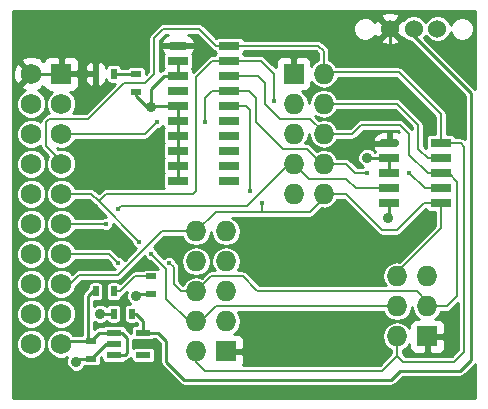
<source format=gtl>
G04 #@! TF.FileFunction,Copper,L1,Top,Signal*
%FSLAX46Y46*%
G04 Gerber Fmt 4.6, Leading zero omitted, Abs format (unit mm)*
G04 Created by KiCad (PCBNEW 4.0.2-stable) date 4/28/2016 10:57:31 AM*
%MOMM*%
G01*
G04 APERTURE LIST*
%ADD10C,0.150000*%
%ADD11R,0.900000X0.500000*%
%ADD12R,0.500000X0.900000*%
%ADD13R,1.750000X1.750000*%
%ADD14C,1.750000*%
%ADD15R,1.750000X0.760000*%
%ADD16O,1.750000X0.760000*%
%ADD17R,1.727200X1.727200*%
%ADD18O,1.727200X1.727200*%
%ADD19C,1.524000*%
%ADD20R,1.300000X0.550000*%
%ADD21C,0.434000*%
%ADD22C,0.889000*%
%ADD23C,0.254000*%
%ADD24C,0.203200*%
G04 APERTURE END LIST*
D10*
D11*
X123190000Y-117856000D03*
X123190000Y-119380000D03*
D12*
X126619000Y-115570000D03*
X125095000Y-115570000D03*
X123571000Y-113665000D03*
X125095000Y-113665000D03*
X123571000Y-95250000D03*
X125095000Y-95250000D03*
D13*
X120650000Y-95250000D03*
D14*
X118110000Y-95250000D03*
X120650000Y-97790000D03*
X118110000Y-97790000D03*
X120650000Y-100330000D03*
X118110000Y-100330000D03*
X120650000Y-102870000D03*
X118110000Y-102870000D03*
X120650000Y-105410000D03*
X118110000Y-105410000D03*
X120650000Y-107950000D03*
X118110000Y-107950000D03*
X120650000Y-110490000D03*
X118110000Y-110490000D03*
X120650000Y-113030000D03*
X118110000Y-113030000D03*
X120650000Y-115570000D03*
X118110000Y-115570000D03*
X120650000Y-118110000D03*
X118110000Y-118110000D03*
D15*
X134890000Y-104307000D03*
X130540000Y-104307000D03*
X134890000Y-103037000D03*
X130540000Y-103037000D03*
X134890000Y-101767000D03*
X130540000Y-101767000D03*
X134890000Y-100497000D03*
X130540000Y-100497000D03*
X134890000Y-99227000D03*
X130540000Y-99227000D03*
D16*
X130540000Y-92877000D03*
D15*
X134890000Y-92877000D03*
X130540000Y-94147000D03*
X134890000Y-94147000D03*
X130540000Y-95417000D03*
X134890000Y-95417000D03*
X130540000Y-96687000D03*
X134890000Y-96687000D03*
X130540000Y-97957000D03*
X134890000Y-97957000D03*
D17*
X140335000Y-95250000D03*
D18*
X142875000Y-95250000D03*
X140335000Y-97790000D03*
X142875000Y-97790000D03*
X140335000Y-100330000D03*
X142875000Y-100330000D03*
X140335000Y-102870000D03*
X142875000Y-102870000D03*
X140335000Y-105410000D03*
X142875000Y-105410000D03*
D16*
X148447000Y-101132000D03*
D15*
X152797000Y-101132000D03*
X148447000Y-102402000D03*
X152797000Y-102402000D03*
X148447000Y-103672000D03*
X152797000Y-103672000D03*
X148447000Y-104942000D03*
X152797000Y-104942000D03*
X148447000Y-106212000D03*
X152797000Y-106212000D03*
D17*
X134620000Y-118745000D03*
D18*
X132080000Y-118745000D03*
X134620000Y-116205000D03*
X132080000Y-116205000D03*
X134620000Y-113665000D03*
X132080000Y-113665000D03*
X134620000Y-111125000D03*
X132080000Y-111125000D03*
X134620000Y-108585000D03*
X132080000Y-108585000D03*
D17*
X151638000Y-117475000D03*
D18*
X149098000Y-117475000D03*
X151638000Y-114935000D03*
X149098000Y-114935000D03*
X151638000Y-112395000D03*
X149098000Y-112395000D03*
D11*
X128270000Y-113919000D03*
X128270000Y-112395000D03*
X127000000Y-96774000D03*
X127000000Y-95250000D03*
D19*
X152495000Y-91440000D03*
X150495000Y-91440000D03*
X148495000Y-91440000D03*
D20*
X125095000Y-117160000D03*
X125095000Y-118110000D03*
X125095000Y-119060000D03*
X127595000Y-119060000D03*
X127595000Y-117160000D03*
D21*
X137668000Y-106172000D03*
X136652000Y-105156000D03*
X124460000Y-107950000D03*
X125476000Y-106680000D03*
X129794000Y-111252000D03*
X125476000Y-111252000D03*
X138684000Y-97536000D03*
X127254000Y-109474000D03*
X128270000Y-110490000D03*
X128778000Y-99314000D03*
X132842000Y-99314000D03*
X146558000Y-103632000D03*
X150114000Y-103632000D03*
D22*
X147574000Y-119380000D03*
X133731000Y-91186000D03*
X132207000Y-92837000D03*
X144653000Y-101981000D03*
X144653000Y-106553000D03*
X144272000Y-112649000D03*
X144272000Y-116078000D03*
X146558000Y-100584000D03*
X145034000Y-99314000D03*
X147320000Y-98679000D03*
X147320000Y-96901000D03*
X148590000Y-94234000D03*
X148590000Y-96139000D03*
X140462000Y-91948000D03*
X148336000Y-107442000D03*
X146558000Y-102362000D03*
X127000000Y-114046000D03*
X121920000Y-119634000D03*
X123952000Y-115570000D03*
X128270000Y-98044000D03*
D23*
X125095000Y-119060000D02*
X126050000Y-119060000D01*
X125796000Y-117160000D02*
X125095000Y-117160000D01*
X126238000Y-117602000D02*
X125796000Y-117160000D01*
X126238000Y-118872000D02*
X126238000Y-117602000D01*
X126050000Y-119060000D02*
X126238000Y-118872000D01*
X125095000Y-117160000D02*
X123886000Y-117160000D01*
X123886000Y-117160000D02*
X123190000Y-117856000D01*
X123571000Y-113665000D02*
X123317000Y-113665000D01*
X122936000Y-117602000D02*
X123190000Y-117856000D01*
X122936000Y-114046000D02*
X122936000Y-117602000D01*
X123317000Y-113665000D02*
X122936000Y-114046000D01*
X123190000Y-117856000D02*
X120904000Y-117856000D01*
X120904000Y-117856000D02*
X120650000Y-118110000D01*
D24*
X152797000Y-106212000D02*
X152797000Y-108315000D01*
X152797000Y-108315000D02*
X149098000Y-112014000D01*
X149098000Y-112014000D02*
X149098000Y-112395000D01*
X134890000Y-97957000D02*
X136311000Y-97957000D01*
X137668000Y-106172000D02*
X137668000Y-106934000D01*
X136652000Y-98298000D02*
X136652000Y-105156000D01*
X136311000Y-97957000D02*
X136652000Y-98298000D01*
X142875000Y-105410000D02*
X142875000Y-105791000D01*
X142875000Y-105791000D02*
X141732000Y-106934000D01*
X133731000Y-106934000D02*
X132080000Y-108585000D01*
X141732000Y-106934000D02*
X137668000Y-106934000D01*
X137668000Y-106934000D02*
X133731000Y-106934000D01*
X152797000Y-106212000D02*
X151344000Y-106212000D01*
X144780000Y-105410000D02*
X142875000Y-105410000D01*
X147828000Y-108458000D02*
X144780000Y-105410000D01*
X149098000Y-108458000D02*
X147828000Y-108458000D01*
X151344000Y-106212000D02*
X149098000Y-108458000D01*
X120650000Y-113030000D02*
X121412000Y-113030000D01*
X121412000Y-113030000D02*
X122174000Y-112268000D01*
X122174000Y-112268000D02*
X125476000Y-112268000D01*
X125476000Y-112268000D02*
X129159000Y-108585000D01*
X129159000Y-108585000D02*
X132080000Y-108585000D01*
X140335000Y-102870000D02*
X139954000Y-102870000D01*
X139954000Y-102870000D02*
X136398000Y-106426000D01*
X124460000Y-107950000D02*
X120650000Y-107950000D01*
X125730000Y-106426000D02*
X125476000Y-106680000D01*
X136398000Y-106426000D02*
X125730000Y-106426000D01*
X148447000Y-104942000D02*
X145582000Y-104942000D01*
X141605000Y-104140000D02*
X140335000Y-102870000D01*
X144780000Y-104140000D02*
X141605000Y-104140000D01*
X145582000Y-104942000D02*
X144780000Y-104140000D01*
X152797000Y-103672000D02*
X153456000Y-103672000D01*
X153456000Y-103672000D02*
X154178000Y-104394000D01*
X153289000Y-114935000D02*
X151638000Y-114935000D01*
X154178000Y-114046000D02*
X153289000Y-114935000D01*
X154178000Y-104394000D02*
X154178000Y-114046000D01*
X142875000Y-100330000D02*
X142875000Y-100203000D01*
X142875000Y-100203000D02*
X141732000Y-99060000D01*
X137327000Y-95417000D02*
X134890000Y-95417000D01*
X137922000Y-96012000D02*
X137327000Y-95417000D01*
X137922000Y-97790000D02*
X137922000Y-96012000D01*
X139192000Y-99060000D02*
X137922000Y-97790000D01*
X141732000Y-99060000D02*
X139192000Y-99060000D01*
X137160000Y-113538000D02*
X136017000Y-112395000D01*
X137287000Y-113665000D02*
X137160000Y-113538000D01*
X150749000Y-113665000D02*
X137287000Y-113665000D01*
X151638000Y-114554000D02*
X150749000Y-113665000D01*
X133350000Y-112395000D02*
X132080000Y-113665000D01*
X133858000Y-112395000D02*
X133350000Y-112395000D01*
X136017000Y-112395000D02*
X133858000Y-112395000D01*
X151638000Y-114935000D02*
X151638000Y-114554000D01*
X152797000Y-103672000D02*
X151678000Y-103672000D01*
X145288000Y-100330000D02*
X142875000Y-100330000D01*
X146050000Y-99568000D02*
X145288000Y-100330000D01*
X149352000Y-99568000D02*
X146050000Y-99568000D01*
X150114000Y-100330000D02*
X149352000Y-99568000D01*
X150114000Y-102108000D02*
X150114000Y-100330000D01*
X151678000Y-103672000D02*
X150114000Y-102108000D01*
X132080000Y-113665000D02*
X130810000Y-113665000D01*
X130810000Y-113665000D02*
X130175000Y-113030000D01*
X130175000Y-113030000D02*
X130175000Y-111633000D01*
X130175000Y-111633000D02*
X129794000Y-111252000D01*
X125476000Y-111252000D02*
X124714000Y-110490000D01*
X124714000Y-110490000D02*
X120650000Y-110490000D01*
X134890000Y-94147000D02*
X133437000Y-94147000D01*
X124460000Y-105410000D02*
X123825000Y-106045000D01*
X131826000Y-105410000D02*
X124460000Y-105410000D01*
X132080000Y-105156000D02*
X131826000Y-105410000D01*
X132080000Y-95504000D02*
X132080000Y-105156000D01*
X133437000Y-94147000D02*
X132080000Y-95504000D01*
X134890000Y-94147000D02*
X137581000Y-94147000D01*
X138176000Y-94742000D02*
X137668000Y-94234000D01*
X138684000Y-95250000D02*
X138176000Y-94742000D01*
X138684000Y-96266000D02*
X138684000Y-95250000D01*
X138684000Y-97536000D02*
X138684000Y-96266000D01*
X137581000Y-94147000D02*
X137668000Y-94234000D01*
X149098000Y-114935000D02*
X133731000Y-114935000D01*
X133731000Y-114935000D02*
X132461000Y-116205000D01*
X132461000Y-116205000D02*
X132080000Y-116205000D01*
X152797000Y-102402000D02*
X151678000Y-102402000D01*
X149098000Y-97790000D02*
X142875000Y-97790000D01*
X150876000Y-99568000D02*
X149098000Y-97790000D01*
X150876000Y-101600000D02*
X150876000Y-99568000D01*
X151678000Y-102402000D02*
X150876000Y-101600000D01*
X132080000Y-116205000D02*
X131445000Y-116205000D01*
X131445000Y-116205000D02*
X129540000Y-114300000D01*
X127254000Y-109474000D02*
X123825000Y-106045000D01*
X129540000Y-111760000D02*
X128270000Y-110490000D01*
X129540000Y-114300000D02*
X129540000Y-111760000D01*
X123825000Y-106045000D02*
X123190000Y-105410000D01*
X123190000Y-105410000D02*
X120650000Y-105410000D01*
X134890000Y-96687000D02*
X133437000Y-96687000D01*
X127762000Y-100330000D02*
X120650000Y-100330000D01*
X128778000Y-99314000D02*
X127762000Y-100330000D01*
X132842000Y-97282000D02*
X132842000Y-99314000D01*
X133437000Y-96687000D02*
X132842000Y-97282000D01*
X142875000Y-102870000D02*
X142748000Y-102870000D01*
X142748000Y-102870000D02*
X141478000Y-101600000D01*
X136565000Y-96687000D02*
X134890000Y-96687000D01*
X137160000Y-97282000D02*
X136565000Y-96687000D01*
X137160000Y-99314000D02*
X137160000Y-97282000D01*
X139446000Y-101600000D02*
X137160000Y-99314000D01*
X141478000Y-101600000D02*
X139446000Y-101600000D01*
X152797000Y-104942000D02*
X151424000Y-104942000D01*
X144780000Y-102870000D02*
X142875000Y-102870000D01*
X145542000Y-103632000D02*
X144780000Y-102870000D01*
X146558000Y-103632000D02*
X145542000Y-103632000D01*
X151424000Y-104942000D02*
X150114000Y-103632000D01*
X132080000Y-118745000D02*
X132080000Y-119634000D01*
X147828000Y-120396000D02*
X149098000Y-119126000D01*
X132842000Y-120396000D02*
X147828000Y-120396000D01*
X132080000Y-119634000D02*
X132842000Y-120396000D01*
X153924000Y-119634000D02*
X149606000Y-119634000D01*
X149098000Y-117475000D02*
X149098000Y-118618000D01*
X154472000Y-101132000D02*
X154762198Y-101422198D01*
X154762198Y-101422198D02*
X154762198Y-118795802D01*
X154762198Y-118795802D02*
X153924000Y-119634000D01*
X154472000Y-101132000D02*
X152797000Y-101132000D01*
X149098000Y-119126000D02*
X149098000Y-118618000D01*
X149606000Y-119634000D02*
X149098000Y-119126000D01*
X120650000Y-102870000D02*
X120650000Y-102616000D01*
X120650000Y-102616000D02*
X119380000Y-101346000D01*
X119380000Y-101346000D02*
X119380000Y-99314000D01*
X119380000Y-99314000D02*
X119634000Y-99060000D01*
X119634000Y-99060000D02*
X122936000Y-99060000D01*
X122936000Y-99060000D02*
X125984000Y-96012000D01*
X125984000Y-96012000D02*
X127762000Y-96012000D01*
X127762000Y-96012000D02*
X128524000Y-95250000D01*
X128524000Y-95250000D02*
X128524000Y-92202000D01*
X128524000Y-92202000D02*
X129286000Y-91440000D01*
X129286000Y-91440000D02*
X132334000Y-91440000D01*
X132334000Y-91440000D02*
X133771000Y-92877000D01*
X133771000Y-92877000D02*
X134890000Y-92877000D01*
X134890000Y-92877000D02*
X142407000Y-92877000D01*
X142875000Y-93345000D02*
X142875000Y-95123000D01*
X142407000Y-92877000D02*
X142875000Y-93345000D01*
X152797000Y-101132000D02*
X152797000Y-98695000D01*
X152797000Y-98695000D02*
X149225000Y-95123000D01*
X149225000Y-95123000D02*
X142875000Y-95123000D01*
D23*
X130540000Y-92877000D02*
X132167000Y-92877000D01*
X132167000Y-92877000D02*
X132207000Y-92837000D01*
X144272000Y-116205000D02*
X144272000Y-116078000D01*
X146050000Y-100584000D02*
X146558000Y-100584000D01*
X144653000Y-101981000D02*
X146050000Y-100584000D01*
X144653000Y-112268000D02*
X144653000Y-106553000D01*
X144272000Y-112649000D02*
X144653000Y-112268000D01*
X147320000Y-96901000D02*
X147828000Y-96901000D01*
X147106000Y-101132000D02*
X146558000Y-100584000D01*
X145034000Y-99314000D02*
X145669000Y-98679000D01*
X145669000Y-98679000D02*
X147320000Y-98679000D01*
X148447000Y-101132000D02*
X147106000Y-101132000D01*
X148495000Y-94139000D02*
X148495000Y-91440000D01*
X148590000Y-94234000D02*
X148495000Y-94139000D01*
X147828000Y-96901000D02*
X148590000Y-96139000D01*
X148495000Y-91789000D02*
X148495000Y-91440000D01*
X118110000Y-95250000D02*
X120650000Y-95250000D01*
X120650000Y-95250000D02*
X123571000Y-95250000D01*
X148447000Y-106212000D02*
X148447000Y-107331000D01*
X148447000Y-107331000D02*
X148336000Y-107442000D01*
X148447000Y-102402000D02*
X146598000Y-102402000D01*
X146598000Y-102402000D02*
X146558000Y-102362000D01*
X128270000Y-113919000D02*
X127127000Y-113919000D01*
X127127000Y-113919000D02*
X127000000Y-114046000D01*
X148447000Y-102402000D02*
X148447000Y-103672000D01*
X130540000Y-100497000D02*
X130540000Y-99227000D01*
X130540000Y-99227000D02*
X130540000Y-97957000D01*
X130540000Y-104307000D02*
X130540000Y-103037000D01*
X130540000Y-103037000D02*
X130540000Y-101767000D01*
X130540000Y-101767000D02*
X130540000Y-100497000D01*
X123190000Y-119380000D02*
X122174000Y-119380000D01*
X122174000Y-119380000D02*
X121920000Y-119634000D01*
X125095000Y-118110000D02*
X124460000Y-118110000D01*
X124460000Y-118110000D02*
X123190000Y-119380000D01*
X125095000Y-115570000D02*
X123952000Y-115570000D01*
X128270000Y-96520000D02*
X128270000Y-98044000D01*
X129373000Y-95417000D02*
X128270000Y-96520000D01*
X130540000Y-95417000D02*
X129373000Y-95417000D01*
X128357000Y-97957000D02*
X128270000Y-98044000D01*
X128357000Y-97957000D02*
X130540000Y-97957000D01*
X130540000Y-94147000D02*
X130540000Y-95417000D01*
X127802000Y-97957000D02*
X130540000Y-97957000D01*
X127000000Y-96774000D02*
X127000000Y-97155000D01*
X127000000Y-97155000D02*
X127802000Y-97957000D01*
D24*
X125095000Y-113665000D02*
X125603000Y-113665000D01*
X126873000Y-112395000D02*
X128270000Y-112395000D01*
X125603000Y-113665000D02*
X126873000Y-112395000D01*
D23*
X125095000Y-95250000D02*
X127000000Y-95250000D01*
X130302000Y-120396000D02*
X131064000Y-121158000D01*
X127595000Y-117160000D02*
X128844000Y-117160000D01*
X129540000Y-117856000D02*
X128844000Y-117160000D01*
X129540000Y-119634000D02*
X129540000Y-117856000D01*
X130302000Y-120396000D02*
X129540000Y-119634000D01*
X155321000Y-119507000D02*
X154432000Y-120396000D01*
X155321000Y-96901000D02*
X155321000Y-119507000D01*
X155321000Y-96901000D02*
X150495000Y-92075000D01*
X149352000Y-120396000D02*
X154432000Y-120396000D01*
X148590000Y-121158000D02*
X149352000Y-120396000D01*
X131064000Y-121158000D02*
X148590000Y-121158000D01*
X150495000Y-91440000D02*
X150495000Y-92075000D01*
X126619000Y-115570000D02*
X127000000Y-115570000D01*
X127595000Y-116165000D02*
X127595000Y-117160000D01*
X127000000Y-115570000D02*
X127595000Y-116165000D01*
G36*
X155702000Y-96563808D02*
X155684453Y-96537547D01*
X151353459Y-92206553D01*
X151468507Y-92091706D01*
X151494848Y-92028270D01*
X151520357Y-92090006D01*
X151843294Y-92413507D01*
X152265447Y-92588800D01*
X152722547Y-92589199D01*
X153145006Y-92414643D01*
X153468507Y-92091706D01*
X153619272Y-91728624D01*
X153736568Y-92012503D01*
X154021000Y-92297431D01*
X154392818Y-92451824D01*
X154795416Y-92452175D01*
X155167503Y-92298432D01*
X155452431Y-92014000D01*
X155606824Y-91642182D01*
X155607175Y-91239584D01*
X155453432Y-90867497D01*
X155169000Y-90582569D01*
X154797182Y-90428176D01*
X154394584Y-90427825D01*
X154022497Y-90581568D01*
X153737569Y-90866000D01*
X153619016Y-91151506D01*
X153469643Y-90789994D01*
X153146706Y-90466493D01*
X152724553Y-90291200D01*
X152267453Y-90290801D01*
X151844994Y-90465357D01*
X151521493Y-90788294D01*
X151495152Y-90851730D01*
X151469643Y-90789994D01*
X151146706Y-90466493D01*
X150724553Y-90291200D01*
X150267453Y-90290801D01*
X149844994Y-90465357D01*
X149627033Y-90682938D01*
X149475213Y-90639392D01*
X148674605Y-91440000D01*
X149475213Y-92240608D01*
X149627183Y-92197019D01*
X149843294Y-92413507D01*
X150265447Y-92588800D01*
X150281908Y-92588814D01*
X154807000Y-97113906D01*
X154807000Y-100779497D01*
X154658980Y-100680592D01*
X154627958Y-100674422D01*
X154472000Y-100643400D01*
X154046147Y-100643400D01*
X154039596Y-100608587D01*
X153954839Y-100476870D01*
X153825514Y-100388506D01*
X153672000Y-100357419D01*
X153285600Y-100357419D01*
X153285600Y-98695000D01*
X153248408Y-98508021D01*
X153142492Y-98349508D01*
X149570492Y-94777508D01*
X149411980Y-94671592D01*
X149380958Y-94665422D01*
X149225000Y-94634400D01*
X143963354Y-94634400D01*
X143783809Y-94365692D01*
X143378085Y-94094596D01*
X143363600Y-94091715D01*
X143363600Y-93345000D01*
X143326408Y-93158021D01*
X143326408Y-93158020D01*
X143220492Y-92999508D01*
X142752492Y-92531508D01*
X142593980Y-92425592D01*
X142562958Y-92419422D01*
X142407000Y-92388400D01*
X136139147Y-92388400D01*
X136132596Y-92353587D01*
X136047839Y-92221870D01*
X135918514Y-92133506D01*
X135765000Y-92102419D01*
X134015000Y-92102419D01*
X133871587Y-92129404D01*
X133775937Y-92190953D01*
X133225400Y-91640416D01*
X145382825Y-91640416D01*
X145536568Y-92012503D01*
X145821000Y-92297431D01*
X146192818Y-92451824D01*
X146595416Y-92452175D01*
X146672770Y-92420213D01*
X147694392Y-92420213D01*
X147763857Y-92662397D01*
X148287302Y-92849144D01*
X148842368Y-92821362D01*
X149226143Y-92662397D01*
X149295608Y-92420213D01*
X148495000Y-91619605D01*
X147694392Y-92420213D01*
X146672770Y-92420213D01*
X146967503Y-92298432D01*
X147220652Y-92045723D01*
X147272603Y-92171143D01*
X147514787Y-92240608D01*
X148315395Y-91440000D01*
X147514787Y-90639392D01*
X147272603Y-90708857D01*
X147225860Y-90839877D01*
X146969000Y-90582569D01*
X146673310Y-90459787D01*
X147694392Y-90459787D01*
X148495000Y-91260395D01*
X149295608Y-90459787D01*
X149226143Y-90217603D01*
X148702698Y-90030856D01*
X148147632Y-90058638D01*
X147763857Y-90217603D01*
X147694392Y-90459787D01*
X146673310Y-90459787D01*
X146597182Y-90428176D01*
X146194584Y-90427825D01*
X145822497Y-90581568D01*
X145537569Y-90866000D01*
X145383176Y-91237818D01*
X145382825Y-91640416D01*
X133225400Y-91640416D01*
X132679492Y-91094508D01*
X132520980Y-90988592D01*
X132489958Y-90982422D01*
X132334000Y-90951400D01*
X129286000Y-90951400D01*
X129099021Y-90988592D01*
X128940508Y-91094507D01*
X128178508Y-91856508D01*
X128072592Y-92015020D01*
X128072592Y-92015021D01*
X128035400Y-92202000D01*
X128035400Y-95047615D01*
X127844581Y-95238434D01*
X127844581Y-95000000D01*
X127817596Y-94856587D01*
X127732839Y-94724870D01*
X127603514Y-94636506D01*
X127450000Y-94605419D01*
X126550000Y-94605419D01*
X126406587Y-94632404D01*
X126274870Y-94717161D01*
X126261998Y-94736000D01*
X125727539Y-94736000D01*
X125712596Y-94656587D01*
X125627839Y-94524870D01*
X125498514Y-94436506D01*
X125345000Y-94405419D01*
X124845000Y-94405419D01*
X124701587Y-94432404D01*
X124569870Y-94517161D01*
X124481506Y-94646486D01*
X124456000Y-94772440D01*
X124456000Y-94673690D01*
X124359327Y-94440301D01*
X124180698Y-94261673D01*
X123947309Y-94165000D01*
X123854750Y-94165000D01*
X123696000Y-94323750D01*
X123696000Y-95123000D01*
X123718000Y-95123000D01*
X123718000Y-95377000D01*
X123696000Y-95377000D01*
X123696000Y-96176250D01*
X123854750Y-96335000D01*
X123947309Y-96335000D01*
X124180698Y-96238327D01*
X124359327Y-96059699D01*
X124456000Y-95826310D01*
X124456000Y-95729660D01*
X124477404Y-95843413D01*
X124562161Y-95975130D01*
X124691486Y-96063494D01*
X124845000Y-96094581D01*
X125210435Y-96094581D01*
X122733616Y-98571400D01*
X121653532Y-98571400D01*
X121719248Y-98505799D01*
X121911780Y-98042129D01*
X121912219Y-97540074D01*
X121720495Y-97076068D01*
X121404979Y-96760000D01*
X121651309Y-96760000D01*
X121884698Y-96663327D01*
X122063327Y-96484699D01*
X122160000Y-96251310D01*
X122160000Y-95535750D01*
X122686000Y-95535750D01*
X122686000Y-95826310D01*
X122782673Y-96059699D01*
X122961302Y-96238327D01*
X123194691Y-96335000D01*
X123287250Y-96335000D01*
X123446000Y-96176250D01*
X123446000Y-95377000D01*
X122844750Y-95377000D01*
X122686000Y-95535750D01*
X122160000Y-95535750D01*
X122001250Y-95377000D01*
X120777000Y-95377000D01*
X120777000Y-95397000D01*
X120523000Y-95397000D01*
X120523000Y-95377000D01*
X120503000Y-95377000D01*
X120503000Y-95123000D01*
X120523000Y-95123000D01*
X120523000Y-93898750D01*
X120777000Y-93898750D01*
X120777000Y-95123000D01*
X122001250Y-95123000D01*
X122160000Y-94964250D01*
X122160000Y-94673690D01*
X122686000Y-94673690D01*
X122686000Y-94964250D01*
X122844750Y-95123000D01*
X123446000Y-95123000D01*
X123446000Y-94323750D01*
X123287250Y-94165000D01*
X123194691Y-94165000D01*
X122961302Y-94261673D01*
X122782673Y-94440301D01*
X122686000Y-94673690D01*
X122160000Y-94673690D01*
X122160000Y-94248690D01*
X122063327Y-94015301D01*
X121884698Y-93836673D01*
X121651309Y-93740000D01*
X120935750Y-93740000D01*
X120777000Y-93898750D01*
X120523000Y-93898750D01*
X120364250Y-93740000D01*
X119648691Y-93740000D01*
X119415302Y-93836673D01*
X119236673Y-94015301D01*
X119181729Y-94147949D01*
X119107086Y-94073306D01*
X118992454Y-94187938D01*
X118909116Y-93934047D01*
X118344694Y-93728410D01*
X117744542Y-93754421D01*
X117310884Y-93934047D01*
X117227545Y-94187940D01*
X118110000Y-95070395D01*
X118124143Y-95056253D01*
X118303748Y-95235858D01*
X118289605Y-95250000D01*
X118303748Y-95264143D01*
X118124143Y-95443748D01*
X118110000Y-95429605D01*
X117227545Y-96312060D01*
X117310884Y-96565953D01*
X117553641Y-96654397D01*
X117396068Y-96719505D01*
X117040752Y-97074201D01*
X116848220Y-97537871D01*
X116847781Y-98039926D01*
X117039505Y-98503932D01*
X117394201Y-98859248D01*
X117857871Y-99051780D01*
X118359926Y-99052219D01*
X118823932Y-98860495D01*
X119179248Y-98505799D01*
X119371780Y-98042129D01*
X119372219Y-97540074D01*
X119180495Y-97076068D01*
X118825799Y-96720752D01*
X118680777Y-96660534D01*
X118909116Y-96565953D01*
X118992454Y-96312062D01*
X119107086Y-96426694D01*
X119181729Y-96352051D01*
X119236673Y-96484699D01*
X119415302Y-96663327D01*
X119648691Y-96760000D01*
X119895502Y-96760000D01*
X119580752Y-97074201D01*
X119388220Y-97537871D01*
X119387781Y-98039926D01*
X119579505Y-98503932D01*
X119646855Y-98571400D01*
X119634000Y-98571400D01*
X119478042Y-98602422D01*
X119447020Y-98608592D01*
X119288507Y-98714508D01*
X119034508Y-98968508D01*
X118928592Y-99127020D01*
X118928592Y-99127021D01*
X118891400Y-99314000D01*
X118891400Y-99326468D01*
X118825799Y-99260752D01*
X118362129Y-99068220D01*
X117860074Y-99067781D01*
X117396068Y-99259505D01*
X117040752Y-99614201D01*
X116848220Y-100077871D01*
X116847781Y-100579926D01*
X117039505Y-101043932D01*
X117394201Y-101399248D01*
X117857871Y-101591780D01*
X118359926Y-101592219D01*
X118823932Y-101400495D01*
X118891400Y-101333145D01*
X118891400Y-101346000D01*
X118905119Y-101414970D01*
X118928592Y-101532980D01*
X119034508Y-101691492D01*
X119556242Y-102213227D01*
X119388220Y-102617871D01*
X119387781Y-103119926D01*
X119579505Y-103583932D01*
X119934201Y-103939248D01*
X120397871Y-104131780D01*
X120899926Y-104132219D01*
X121363932Y-103940495D01*
X121719248Y-103585799D01*
X121911780Y-103122129D01*
X121912219Y-102620074D01*
X121720495Y-102156068D01*
X121365799Y-101800752D01*
X120902129Y-101608220D01*
X120400074Y-101607781D01*
X120352445Y-101627461D01*
X120259172Y-101534187D01*
X120397871Y-101591780D01*
X120899926Y-101592219D01*
X121363932Y-101400495D01*
X121719248Y-101045799D01*
X121813589Y-100818600D01*
X127762000Y-100818600D01*
X127923339Y-100786508D01*
X127948980Y-100781408D01*
X128107492Y-100675492D01*
X128864908Y-99918076D01*
X128897616Y-99918105D01*
X129119692Y-99826345D01*
X129281330Y-99664988D01*
X129297404Y-99750413D01*
X129370004Y-99863237D01*
X129301506Y-99963486D01*
X129270419Y-100117000D01*
X129270419Y-100877000D01*
X129297404Y-101020413D01*
X129370004Y-101133237D01*
X129301506Y-101233486D01*
X129270419Y-101387000D01*
X129270419Y-102147000D01*
X129297404Y-102290413D01*
X129370004Y-102403237D01*
X129301506Y-102503486D01*
X129270419Y-102657000D01*
X129270419Y-103417000D01*
X129297404Y-103560413D01*
X129370004Y-103673237D01*
X129301506Y-103773486D01*
X129270419Y-103927000D01*
X129270419Y-104687000D01*
X129297404Y-104830413D01*
X129355952Y-104921400D01*
X124460000Y-104921400D01*
X124273021Y-104958592D01*
X124114508Y-105064507D01*
X123825000Y-105354016D01*
X123535492Y-105064508D01*
X123376980Y-104958592D01*
X123345958Y-104952422D01*
X123190000Y-104921400D01*
X121813601Y-104921400D01*
X121720495Y-104696068D01*
X121365799Y-104340752D01*
X120902129Y-104148220D01*
X120400074Y-104147781D01*
X119936068Y-104339505D01*
X119580752Y-104694201D01*
X119388220Y-105157871D01*
X119387781Y-105659926D01*
X119579505Y-106123932D01*
X119934201Y-106479248D01*
X120397871Y-106671780D01*
X120899926Y-106672219D01*
X121363932Y-106480495D01*
X121719248Y-106125799D01*
X121813589Y-105898600D01*
X122987616Y-105898600D01*
X123479508Y-106390493D01*
X123479511Y-106390495D01*
X124434993Y-107345978D01*
X124340384Y-107345895D01*
X124118308Y-107437655D01*
X124094522Y-107461400D01*
X121813601Y-107461400D01*
X121720495Y-107236068D01*
X121365799Y-106880752D01*
X120902129Y-106688220D01*
X120400074Y-106687781D01*
X119936068Y-106879505D01*
X119580752Y-107234201D01*
X119388220Y-107697871D01*
X119387781Y-108199926D01*
X119579505Y-108663932D01*
X119934201Y-109019248D01*
X120397871Y-109211780D01*
X120899926Y-109212219D01*
X121363932Y-109020495D01*
X121719248Y-108665799D01*
X121813589Y-108438600D01*
X124094307Y-108438600D01*
X124117415Y-108461748D01*
X124339330Y-108553895D01*
X124579616Y-108554105D01*
X124801692Y-108462345D01*
X124971748Y-108292585D01*
X125063895Y-108070670D01*
X125063979Y-107974963D01*
X126649924Y-109560909D01*
X126649895Y-109593616D01*
X126741655Y-109815692D01*
X126911415Y-109985748D01*
X127021540Y-110031476D01*
X126033478Y-111019538D01*
X125988345Y-110910308D01*
X125818585Y-110740252D01*
X125596670Y-110648105D01*
X125563060Y-110648076D01*
X125059492Y-110144508D01*
X124900980Y-110038592D01*
X124869958Y-110032422D01*
X124714000Y-110001400D01*
X121813601Y-110001400D01*
X121720495Y-109776068D01*
X121365799Y-109420752D01*
X120902129Y-109228220D01*
X120400074Y-109227781D01*
X119936068Y-109419505D01*
X119580752Y-109774201D01*
X119388220Y-110237871D01*
X119387781Y-110739926D01*
X119579505Y-111203932D01*
X119934201Y-111559248D01*
X120397871Y-111751780D01*
X120899926Y-111752219D01*
X121363932Y-111560495D01*
X121719248Y-111205799D01*
X121813589Y-110978600D01*
X124511616Y-110978600D01*
X124871924Y-111338908D01*
X124871895Y-111371616D01*
X124963655Y-111593692D01*
X125133415Y-111763748D01*
X125171109Y-111779400D01*
X122174000Y-111779400D01*
X121987021Y-111816592D01*
X121828508Y-111922507D01*
X121577846Y-112173169D01*
X121365799Y-111960752D01*
X120902129Y-111768220D01*
X120400074Y-111767781D01*
X119936068Y-111959505D01*
X119580752Y-112314201D01*
X119388220Y-112777871D01*
X119387781Y-113279926D01*
X119579505Y-113743932D01*
X119934201Y-114099248D01*
X120397871Y-114291780D01*
X120899926Y-114292219D01*
X121363932Y-114100495D01*
X121719248Y-113745799D01*
X121911780Y-113282129D01*
X121911833Y-113221151D01*
X122376385Y-112756600D01*
X125476000Y-112756600D01*
X125631958Y-112725578D01*
X125662980Y-112719408D01*
X125821492Y-112613492D01*
X127712522Y-110722462D01*
X127757655Y-110831692D01*
X127927415Y-111001748D01*
X128149330Y-111093895D01*
X128182940Y-111093924D01*
X128869761Y-111780746D01*
X128720000Y-111750419D01*
X127820000Y-111750419D01*
X127676587Y-111777404D01*
X127544870Y-111862161D01*
X127514643Y-111906400D01*
X126873000Y-111906400D01*
X126717042Y-111937422D01*
X126686020Y-111943592D01*
X126527507Y-112049508D01*
X125631483Y-112945533D01*
X125627839Y-112939870D01*
X125498514Y-112851506D01*
X125345000Y-112820419D01*
X124845000Y-112820419D01*
X124701587Y-112847404D01*
X124569870Y-112932161D01*
X124481506Y-113061486D01*
X124450419Y-113215000D01*
X124450419Y-114115000D01*
X124477404Y-114258413D01*
X124562161Y-114390130D01*
X124691486Y-114478494D01*
X124845000Y-114509581D01*
X125345000Y-114509581D01*
X125488413Y-114482596D01*
X125620130Y-114397839D01*
X125708494Y-114268514D01*
X125737169Y-114126913D01*
X125758958Y-114122578D01*
X125789980Y-114116408D01*
X125948492Y-114010492D01*
X126232226Y-113726758D01*
X126168645Y-113879879D01*
X126168356Y-114210670D01*
X126294678Y-114516392D01*
X126503341Y-114725419D01*
X126369000Y-114725419D01*
X126225587Y-114752404D01*
X126093870Y-114837161D01*
X126005506Y-114966486D01*
X125974419Y-115120000D01*
X125974419Y-116020000D01*
X126001404Y-116163413D01*
X126086161Y-116295130D01*
X126215486Y-116383494D01*
X126369000Y-116414581D01*
X126869000Y-116414581D01*
X127012413Y-116387596D01*
X127060042Y-116356948D01*
X127081000Y-116377906D01*
X127081000Y-116490419D01*
X126945000Y-116490419D01*
X126801587Y-116517404D01*
X126669870Y-116602161D01*
X126581506Y-116731486D01*
X126550419Y-116885000D01*
X126550419Y-117187513D01*
X126159453Y-116796547D01*
X126117686Y-116768639D01*
X126112596Y-116741587D01*
X126027839Y-116609870D01*
X125898514Y-116521506D01*
X125745000Y-116490419D01*
X124445000Y-116490419D01*
X124301587Y-116517404D01*
X124169870Y-116602161D01*
X124139916Y-116646000D01*
X123886000Y-116646000D01*
X123689301Y-116685126D01*
X123522547Y-116796547D01*
X123450000Y-116869094D01*
X123450000Y-116244069D01*
X123480378Y-116274500D01*
X123785879Y-116401355D01*
X124116670Y-116401644D01*
X124422392Y-116275322D01*
X124499734Y-116198115D01*
X124562161Y-116295130D01*
X124691486Y-116383494D01*
X124845000Y-116414581D01*
X125345000Y-116414581D01*
X125488413Y-116387596D01*
X125620130Y-116302839D01*
X125708494Y-116173514D01*
X125739581Y-116020000D01*
X125739581Y-115120000D01*
X125712596Y-114976587D01*
X125627839Y-114844870D01*
X125498514Y-114756506D01*
X125345000Y-114725419D01*
X124845000Y-114725419D01*
X124701587Y-114752404D01*
X124569870Y-114837161D01*
X124498949Y-114940958D01*
X124423622Y-114865500D01*
X124118121Y-114738645D01*
X123787330Y-114738356D01*
X123481608Y-114864678D01*
X123450000Y-114896231D01*
X123450000Y-114509581D01*
X123821000Y-114509581D01*
X123964413Y-114482596D01*
X124096130Y-114397839D01*
X124184494Y-114268514D01*
X124215581Y-114115000D01*
X124215581Y-113215000D01*
X124188596Y-113071587D01*
X124103839Y-112939870D01*
X123974514Y-112851506D01*
X123821000Y-112820419D01*
X123321000Y-112820419D01*
X123177587Y-112847404D01*
X123045870Y-112932161D01*
X122957506Y-113061486D01*
X122926419Y-113215000D01*
X122926419Y-113328675D01*
X122572547Y-113682547D01*
X122461126Y-113849301D01*
X122422000Y-114046000D01*
X122422000Y-117342000D01*
X121666521Y-117342000D01*
X121365799Y-117040752D01*
X120902129Y-116848220D01*
X120400074Y-116847781D01*
X119936068Y-117039505D01*
X119580752Y-117394201D01*
X119388220Y-117857871D01*
X119387781Y-118359926D01*
X119579505Y-118823932D01*
X119934201Y-119179248D01*
X120397871Y-119371780D01*
X120899926Y-119372219D01*
X121175678Y-119258280D01*
X121088645Y-119467879D01*
X121088356Y-119798670D01*
X121214678Y-120104392D01*
X121448378Y-120338500D01*
X121753879Y-120465355D01*
X122084670Y-120465644D01*
X122390392Y-120339322D01*
X122624500Y-120105622D01*
X122664500Y-120009292D01*
X122740000Y-120024581D01*
X123640000Y-120024581D01*
X123783413Y-119997596D01*
X123915130Y-119912839D01*
X124003494Y-119783514D01*
X124034581Y-119630000D01*
X124034581Y-119262325D01*
X124050419Y-119246487D01*
X124050419Y-119335000D01*
X124077404Y-119478413D01*
X124162161Y-119610130D01*
X124291486Y-119698494D01*
X124445000Y-119729581D01*
X125745000Y-119729581D01*
X125888413Y-119702596D01*
X126020130Y-119617839D01*
X126050097Y-119573981D01*
X126246699Y-119534874D01*
X126413453Y-119423453D01*
X126550419Y-119286487D01*
X126550419Y-119335000D01*
X126577404Y-119478413D01*
X126662161Y-119610130D01*
X126791486Y-119698494D01*
X126945000Y-119729581D01*
X128245000Y-119729581D01*
X128388413Y-119702596D01*
X128520130Y-119617839D01*
X128608494Y-119488514D01*
X128639581Y-119335000D01*
X128639581Y-118785000D01*
X128612596Y-118641587D01*
X128527839Y-118509870D01*
X128398514Y-118421506D01*
X128245000Y-118390419D01*
X126945000Y-118390419D01*
X126801587Y-118417404D01*
X126752000Y-118449312D01*
X126752000Y-117771514D01*
X126791486Y-117798494D01*
X126945000Y-117829581D01*
X128245000Y-117829581D01*
X128388413Y-117802596D01*
X128520130Y-117717839D01*
X128550084Y-117674000D01*
X128631094Y-117674000D01*
X129026000Y-118068906D01*
X129026000Y-119634000D01*
X129065126Y-119830699D01*
X129176547Y-119997453D01*
X130700547Y-121521453D01*
X130867301Y-121632874D01*
X131064000Y-121672000D01*
X148590000Y-121672000D01*
X148786699Y-121632874D01*
X148953453Y-121521453D01*
X149564906Y-120910000D01*
X154432000Y-120910000D01*
X154628699Y-120870874D01*
X154795453Y-120759453D01*
X155684453Y-119870453D01*
X155702000Y-119844192D01*
X155702000Y-122682000D01*
X116586000Y-122682000D01*
X116586000Y-118359926D01*
X116847781Y-118359926D01*
X117039505Y-118823932D01*
X117394201Y-119179248D01*
X117857871Y-119371780D01*
X118359926Y-119372219D01*
X118823932Y-119180495D01*
X119179248Y-118825799D01*
X119371780Y-118362129D01*
X119372219Y-117860074D01*
X119180495Y-117396068D01*
X118825799Y-117040752D01*
X118362129Y-116848220D01*
X117860074Y-116847781D01*
X117396068Y-117039505D01*
X117040752Y-117394201D01*
X116848220Y-117857871D01*
X116847781Y-118359926D01*
X116586000Y-118359926D01*
X116586000Y-115819926D01*
X116847781Y-115819926D01*
X117039505Y-116283932D01*
X117394201Y-116639248D01*
X117857871Y-116831780D01*
X118359926Y-116832219D01*
X118823932Y-116640495D01*
X119179248Y-116285799D01*
X119371780Y-115822129D01*
X119371781Y-115819926D01*
X119387781Y-115819926D01*
X119579505Y-116283932D01*
X119934201Y-116639248D01*
X120397871Y-116831780D01*
X120899926Y-116832219D01*
X121363932Y-116640495D01*
X121719248Y-116285799D01*
X121911780Y-115822129D01*
X121912219Y-115320074D01*
X121720495Y-114856068D01*
X121365799Y-114500752D01*
X120902129Y-114308220D01*
X120400074Y-114307781D01*
X119936068Y-114499505D01*
X119580752Y-114854201D01*
X119388220Y-115317871D01*
X119387781Y-115819926D01*
X119371781Y-115819926D01*
X119372219Y-115320074D01*
X119180495Y-114856068D01*
X118825799Y-114500752D01*
X118362129Y-114308220D01*
X117860074Y-114307781D01*
X117396068Y-114499505D01*
X117040752Y-114854201D01*
X116848220Y-115317871D01*
X116847781Y-115819926D01*
X116586000Y-115819926D01*
X116586000Y-113279926D01*
X116847781Y-113279926D01*
X117039505Y-113743932D01*
X117394201Y-114099248D01*
X117857871Y-114291780D01*
X118359926Y-114292219D01*
X118823932Y-114100495D01*
X119179248Y-113745799D01*
X119371780Y-113282129D01*
X119372219Y-112780074D01*
X119180495Y-112316068D01*
X118825799Y-111960752D01*
X118362129Y-111768220D01*
X117860074Y-111767781D01*
X117396068Y-111959505D01*
X117040752Y-112314201D01*
X116848220Y-112777871D01*
X116847781Y-113279926D01*
X116586000Y-113279926D01*
X116586000Y-110739926D01*
X116847781Y-110739926D01*
X117039505Y-111203932D01*
X117394201Y-111559248D01*
X117857871Y-111751780D01*
X118359926Y-111752219D01*
X118823932Y-111560495D01*
X119179248Y-111205799D01*
X119371780Y-110742129D01*
X119372219Y-110240074D01*
X119180495Y-109776068D01*
X118825799Y-109420752D01*
X118362129Y-109228220D01*
X117860074Y-109227781D01*
X117396068Y-109419505D01*
X117040752Y-109774201D01*
X116848220Y-110237871D01*
X116847781Y-110739926D01*
X116586000Y-110739926D01*
X116586000Y-108199926D01*
X116847781Y-108199926D01*
X117039505Y-108663932D01*
X117394201Y-109019248D01*
X117857871Y-109211780D01*
X118359926Y-109212219D01*
X118823932Y-109020495D01*
X119179248Y-108665799D01*
X119371780Y-108202129D01*
X119372219Y-107700074D01*
X119180495Y-107236068D01*
X118825799Y-106880752D01*
X118362129Y-106688220D01*
X117860074Y-106687781D01*
X117396068Y-106879505D01*
X117040752Y-107234201D01*
X116848220Y-107697871D01*
X116847781Y-108199926D01*
X116586000Y-108199926D01*
X116586000Y-105659926D01*
X116847781Y-105659926D01*
X117039505Y-106123932D01*
X117394201Y-106479248D01*
X117857871Y-106671780D01*
X118359926Y-106672219D01*
X118823932Y-106480495D01*
X119179248Y-106125799D01*
X119371780Y-105662129D01*
X119372219Y-105160074D01*
X119180495Y-104696068D01*
X118825799Y-104340752D01*
X118362129Y-104148220D01*
X117860074Y-104147781D01*
X117396068Y-104339505D01*
X117040752Y-104694201D01*
X116848220Y-105157871D01*
X116847781Y-105659926D01*
X116586000Y-105659926D01*
X116586000Y-103119926D01*
X116847781Y-103119926D01*
X117039505Y-103583932D01*
X117394201Y-103939248D01*
X117857871Y-104131780D01*
X118359926Y-104132219D01*
X118823932Y-103940495D01*
X119179248Y-103585799D01*
X119371780Y-103122129D01*
X119372219Y-102620074D01*
X119180495Y-102156068D01*
X118825799Y-101800752D01*
X118362129Y-101608220D01*
X117860074Y-101607781D01*
X117396068Y-101799505D01*
X117040752Y-102154201D01*
X116848220Y-102617871D01*
X116847781Y-103119926D01*
X116586000Y-103119926D01*
X116586000Y-95015306D01*
X116588410Y-95015306D01*
X116614421Y-95615458D01*
X116794047Y-96049116D01*
X117047940Y-96132455D01*
X117930395Y-95250000D01*
X117047940Y-94367545D01*
X116794047Y-94450884D01*
X116588410Y-95015306D01*
X116586000Y-95015306D01*
X116586000Y-89916000D01*
X155702000Y-89916000D01*
X155702000Y-96563808D01*
X155702000Y-96563808D01*
G37*
X155702000Y-96563808D02*
X155684453Y-96537547D01*
X151353459Y-92206553D01*
X151468507Y-92091706D01*
X151494848Y-92028270D01*
X151520357Y-92090006D01*
X151843294Y-92413507D01*
X152265447Y-92588800D01*
X152722547Y-92589199D01*
X153145006Y-92414643D01*
X153468507Y-92091706D01*
X153619272Y-91728624D01*
X153736568Y-92012503D01*
X154021000Y-92297431D01*
X154392818Y-92451824D01*
X154795416Y-92452175D01*
X155167503Y-92298432D01*
X155452431Y-92014000D01*
X155606824Y-91642182D01*
X155607175Y-91239584D01*
X155453432Y-90867497D01*
X155169000Y-90582569D01*
X154797182Y-90428176D01*
X154394584Y-90427825D01*
X154022497Y-90581568D01*
X153737569Y-90866000D01*
X153619016Y-91151506D01*
X153469643Y-90789994D01*
X153146706Y-90466493D01*
X152724553Y-90291200D01*
X152267453Y-90290801D01*
X151844994Y-90465357D01*
X151521493Y-90788294D01*
X151495152Y-90851730D01*
X151469643Y-90789994D01*
X151146706Y-90466493D01*
X150724553Y-90291200D01*
X150267453Y-90290801D01*
X149844994Y-90465357D01*
X149627033Y-90682938D01*
X149475213Y-90639392D01*
X148674605Y-91440000D01*
X149475213Y-92240608D01*
X149627183Y-92197019D01*
X149843294Y-92413507D01*
X150265447Y-92588800D01*
X150281908Y-92588814D01*
X154807000Y-97113906D01*
X154807000Y-100779497D01*
X154658980Y-100680592D01*
X154627958Y-100674422D01*
X154472000Y-100643400D01*
X154046147Y-100643400D01*
X154039596Y-100608587D01*
X153954839Y-100476870D01*
X153825514Y-100388506D01*
X153672000Y-100357419D01*
X153285600Y-100357419D01*
X153285600Y-98695000D01*
X153248408Y-98508021D01*
X153142492Y-98349508D01*
X149570492Y-94777508D01*
X149411980Y-94671592D01*
X149380958Y-94665422D01*
X149225000Y-94634400D01*
X143963354Y-94634400D01*
X143783809Y-94365692D01*
X143378085Y-94094596D01*
X143363600Y-94091715D01*
X143363600Y-93345000D01*
X143326408Y-93158021D01*
X143326408Y-93158020D01*
X143220492Y-92999508D01*
X142752492Y-92531508D01*
X142593980Y-92425592D01*
X142562958Y-92419422D01*
X142407000Y-92388400D01*
X136139147Y-92388400D01*
X136132596Y-92353587D01*
X136047839Y-92221870D01*
X135918514Y-92133506D01*
X135765000Y-92102419D01*
X134015000Y-92102419D01*
X133871587Y-92129404D01*
X133775937Y-92190953D01*
X133225400Y-91640416D01*
X145382825Y-91640416D01*
X145536568Y-92012503D01*
X145821000Y-92297431D01*
X146192818Y-92451824D01*
X146595416Y-92452175D01*
X146672770Y-92420213D01*
X147694392Y-92420213D01*
X147763857Y-92662397D01*
X148287302Y-92849144D01*
X148842368Y-92821362D01*
X149226143Y-92662397D01*
X149295608Y-92420213D01*
X148495000Y-91619605D01*
X147694392Y-92420213D01*
X146672770Y-92420213D01*
X146967503Y-92298432D01*
X147220652Y-92045723D01*
X147272603Y-92171143D01*
X147514787Y-92240608D01*
X148315395Y-91440000D01*
X147514787Y-90639392D01*
X147272603Y-90708857D01*
X147225860Y-90839877D01*
X146969000Y-90582569D01*
X146673310Y-90459787D01*
X147694392Y-90459787D01*
X148495000Y-91260395D01*
X149295608Y-90459787D01*
X149226143Y-90217603D01*
X148702698Y-90030856D01*
X148147632Y-90058638D01*
X147763857Y-90217603D01*
X147694392Y-90459787D01*
X146673310Y-90459787D01*
X146597182Y-90428176D01*
X146194584Y-90427825D01*
X145822497Y-90581568D01*
X145537569Y-90866000D01*
X145383176Y-91237818D01*
X145382825Y-91640416D01*
X133225400Y-91640416D01*
X132679492Y-91094508D01*
X132520980Y-90988592D01*
X132489958Y-90982422D01*
X132334000Y-90951400D01*
X129286000Y-90951400D01*
X129099021Y-90988592D01*
X128940508Y-91094507D01*
X128178508Y-91856508D01*
X128072592Y-92015020D01*
X128072592Y-92015021D01*
X128035400Y-92202000D01*
X128035400Y-95047615D01*
X127844581Y-95238434D01*
X127844581Y-95000000D01*
X127817596Y-94856587D01*
X127732839Y-94724870D01*
X127603514Y-94636506D01*
X127450000Y-94605419D01*
X126550000Y-94605419D01*
X126406587Y-94632404D01*
X126274870Y-94717161D01*
X126261998Y-94736000D01*
X125727539Y-94736000D01*
X125712596Y-94656587D01*
X125627839Y-94524870D01*
X125498514Y-94436506D01*
X125345000Y-94405419D01*
X124845000Y-94405419D01*
X124701587Y-94432404D01*
X124569870Y-94517161D01*
X124481506Y-94646486D01*
X124456000Y-94772440D01*
X124456000Y-94673690D01*
X124359327Y-94440301D01*
X124180698Y-94261673D01*
X123947309Y-94165000D01*
X123854750Y-94165000D01*
X123696000Y-94323750D01*
X123696000Y-95123000D01*
X123718000Y-95123000D01*
X123718000Y-95377000D01*
X123696000Y-95377000D01*
X123696000Y-96176250D01*
X123854750Y-96335000D01*
X123947309Y-96335000D01*
X124180698Y-96238327D01*
X124359327Y-96059699D01*
X124456000Y-95826310D01*
X124456000Y-95729660D01*
X124477404Y-95843413D01*
X124562161Y-95975130D01*
X124691486Y-96063494D01*
X124845000Y-96094581D01*
X125210435Y-96094581D01*
X122733616Y-98571400D01*
X121653532Y-98571400D01*
X121719248Y-98505799D01*
X121911780Y-98042129D01*
X121912219Y-97540074D01*
X121720495Y-97076068D01*
X121404979Y-96760000D01*
X121651309Y-96760000D01*
X121884698Y-96663327D01*
X122063327Y-96484699D01*
X122160000Y-96251310D01*
X122160000Y-95535750D01*
X122686000Y-95535750D01*
X122686000Y-95826310D01*
X122782673Y-96059699D01*
X122961302Y-96238327D01*
X123194691Y-96335000D01*
X123287250Y-96335000D01*
X123446000Y-96176250D01*
X123446000Y-95377000D01*
X122844750Y-95377000D01*
X122686000Y-95535750D01*
X122160000Y-95535750D01*
X122001250Y-95377000D01*
X120777000Y-95377000D01*
X120777000Y-95397000D01*
X120523000Y-95397000D01*
X120523000Y-95377000D01*
X120503000Y-95377000D01*
X120503000Y-95123000D01*
X120523000Y-95123000D01*
X120523000Y-93898750D01*
X120777000Y-93898750D01*
X120777000Y-95123000D01*
X122001250Y-95123000D01*
X122160000Y-94964250D01*
X122160000Y-94673690D01*
X122686000Y-94673690D01*
X122686000Y-94964250D01*
X122844750Y-95123000D01*
X123446000Y-95123000D01*
X123446000Y-94323750D01*
X123287250Y-94165000D01*
X123194691Y-94165000D01*
X122961302Y-94261673D01*
X122782673Y-94440301D01*
X122686000Y-94673690D01*
X122160000Y-94673690D01*
X122160000Y-94248690D01*
X122063327Y-94015301D01*
X121884698Y-93836673D01*
X121651309Y-93740000D01*
X120935750Y-93740000D01*
X120777000Y-93898750D01*
X120523000Y-93898750D01*
X120364250Y-93740000D01*
X119648691Y-93740000D01*
X119415302Y-93836673D01*
X119236673Y-94015301D01*
X119181729Y-94147949D01*
X119107086Y-94073306D01*
X118992454Y-94187938D01*
X118909116Y-93934047D01*
X118344694Y-93728410D01*
X117744542Y-93754421D01*
X117310884Y-93934047D01*
X117227545Y-94187940D01*
X118110000Y-95070395D01*
X118124143Y-95056253D01*
X118303748Y-95235858D01*
X118289605Y-95250000D01*
X118303748Y-95264143D01*
X118124143Y-95443748D01*
X118110000Y-95429605D01*
X117227545Y-96312060D01*
X117310884Y-96565953D01*
X117553641Y-96654397D01*
X117396068Y-96719505D01*
X117040752Y-97074201D01*
X116848220Y-97537871D01*
X116847781Y-98039926D01*
X117039505Y-98503932D01*
X117394201Y-98859248D01*
X117857871Y-99051780D01*
X118359926Y-99052219D01*
X118823932Y-98860495D01*
X119179248Y-98505799D01*
X119371780Y-98042129D01*
X119372219Y-97540074D01*
X119180495Y-97076068D01*
X118825799Y-96720752D01*
X118680777Y-96660534D01*
X118909116Y-96565953D01*
X118992454Y-96312062D01*
X119107086Y-96426694D01*
X119181729Y-96352051D01*
X119236673Y-96484699D01*
X119415302Y-96663327D01*
X119648691Y-96760000D01*
X119895502Y-96760000D01*
X119580752Y-97074201D01*
X119388220Y-97537871D01*
X119387781Y-98039926D01*
X119579505Y-98503932D01*
X119646855Y-98571400D01*
X119634000Y-98571400D01*
X119478042Y-98602422D01*
X119447020Y-98608592D01*
X119288507Y-98714508D01*
X119034508Y-98968508D01*
X118928592Y-99127020D01*
X118928592Y-99127021D01*
X118891400Y-99314000D01*
X118891400Y-99326468D01*
X118825799Y-99260752D01*
X118362129Y-99068220D01*
X117860074Y-99067781D01*
X117396068Y-99259505D01*
X117040752Y-99614201D01*
X116848220Y-100077871D01*
X116847781Y-100579926D01*
X117039505Y-101043932D01*
X117394201Y-101399248D01*
X117857871Y-101591780D01*
X118359926Y-101592219D01*
X118823932Y-101400495D01*
X118891400Y-101333145D01*
X118891400Y-101346000D01*
X118905119Y-101414970D01*
X118928592Y-101532980D01*
X119034508Y-101691492D01*
X119556242Y-102213227D01*
X119388220Y-102617871D01*
X119387781Y-103119926D01*
X119579505Y-103583932D01*
X119934201Y-103939248D01*
X120397871Y-104131780D01*
X120899926Y-104132219D01*
X121363932Y-103940495D01*
X121719248Y-103585799D01*
X121911780Y-103122129D01*
X121912219Y-102620074D01*
X121720495Y-102156068D01*
X121365799Y-101800752D01*
X120902129Y-101608220D01*
X120400074Y-101607781D01*
X120352445Y-101627461D01*
X120259172Y-101534187D01*
X120397871Y-101591780D01*
X120899926Y-101592219D01*
X121363932Y-101400495D01*
X121719248Y-101045799D01*
X121813589Y-100818600D01*
X127762000Y-100818600D01*
X127923339Y-100786508D01*
X127948980Y-100781408D01*
X128107492Y-100675492D01*
X128864908Y-99918076D01*
X128897616Y-99918105D01*
X129119692Y-99826345D01*
X129281330Y-99664988D01*
X129297404Y-99750413D01*
X129370004Y-99863237D01*
X129301506Y-99963486D01*
X129270419Y-100117000D01*
X129270419Y-100877000D01*
X129297404Y-101020413D01*
X129370004Y-101133237D01*
X129301506Y-101233486D01*
X129270419Y-101387000D01*
X129270419Y-102147000D01*
X129297404Y-102290413D01*
X129370004Y-102403237D01*
X129301506Y-102503486D01*
X129270419Y-102657000D01*
X129270419Y-103417000D01*
X129297404Y-103560413D01*
X129370004Y-103673237D01*
X129301506Y-103773486D01*
X129270419Y-103927000D01*
X129270419Y-104687000D01*
X129297404Y-104830413D01*
X129355952Y-104921400D01*
X124460000Y-104921400D01*
X124273021Y-104958592D01*
X124114508Y-105064507D01*
X123825000Y-105354016D01*
X123535492Y-105064508D01*
X123376980Y-104958592D01*
X123345958Y-104952422D01*
X123190000Y-104921400D01*
X121813601Y-104921400D01*
X121720495Y-104696068D01*
X121365799Y-104340752D01*
X120902129Y-104148220D01*
X120400074Y-104147781D01*
X119936068Y-104339505D01*
X119580752Y-104694201D01*
X119388220Y-105157871D01*
X119387781Y-105659926D01*
X119579505Y-106123932D01*
X119934201Y-106479248D01*
X120397871Y-106671780D01*
X120899926Y-106672219D01*
X121363932Y-106480495D01*
X121719248Y-106125799D01*
X121813589Y-105898600D01*
X122987616Y-105898600D01*
X123479508Y-106390493D01*
X123479511Y-106390495D01*
X124434993Y-107345978D01*
X124340384Y-107345895D01*
X124118308Y-107437655D01*
X124094522Y-107461400D01*
X121813601Y-107461400D01*
X121720495Y-107236068D01*
X121365799Y-106880752D01*
X120902129Y-106688220D01*
X120400074Y-106687781D01*
X119936068Y-106879505D01*
X119580752Y-107234201D01*
X119388220Y-107697871D01*
X119387781Y-108199926D01*
X119579505Y-108663932D01*
X119934201Y-109019248D01*
X120397871Y-109211780D01*
X120899926Y-109212219D01*
X121363932Y-109020495D01*
X121719248Y-108665799D01*
X121813589Y-108438600D01*
X124094307Y-108438600D01*
X124117415Y-108461748D01*
X124339330Y-108553895D01*
X124579616Y-108554105D01*
X124801692Y-108462345D01*
X124971748Y-108292585D01*
X125063895Y-108070670D01*
X125063979Y-107974963D01*
X126649924Y-109560909D01*
X126649895Y-109593616D01*
X126741655Y-109815692D01*
X126911415Y-109985748D01*
X127021540Y-110031476D01*
X126033478Y-111019538D01*
X125988345Y-110910308D01*
X125818585Y-110740252D01*
X125596670Y-110648105D01*
X125563060Y-110648076D01*
X125059492Y-110144508D01*
X124900980Y-110038592D01*
X124869958Y-110032422D01*
X124714000Y-110001400D01*
X121813601Y-110001400D01*
X121720495Y-109776068D01*
X121365799Y-109420752D01*
X120902129Y-109228220D01*
X120400074Y-109227781D01*
X119936068Y-109419505D01*
X119580752Y-109774201D01*
X119388220Y-110237871D01*
X119387781Y-110739926D01*
X119579505Y-111203932D01*
X119934201Y-111559248D01*
X120397871Y-111751780D01*
X120899926Y-111752219D01*
X121363932Y-111560495D01*
X121719248Y-111205799D01*
X121813589Y-110978600D01*
X124511616Y-110978600D01*
X124871924Y-111338908D01*
X124871895Y-111371616D01*
X124963655Y-111593692D01*
X125133415Y-111763748D01*
X125171109Y-111779400D01*
X122174000Y-111779400D01*
X121987021Y-111816592D01*
X121828508Y-111922507D01*
X121577846Y-112173169D01*
X121365799Y-111960752D01*
X120902129Y-111768220D01*
X120400074Y-111767781D01*
X119936068Y-111959505D01*
X119580752Y-112314201D01*
X119388220Y-112777871D01*
X119387781Y-113279926D01*
X119579505Y-113743932D01*
X119934201Y-114099248D01*
X120397871Y-114291780D01*
X120899926Y-114292219D01*
X121363932Y-114100495D01*
X121719248Y-113745799D01*
X121911780Y-113282129D01*
X121911833Y-113221151D01*
X122376385Y-112756600D01*
X125476000Y-112756600D01*
X125631958Y-112725578D01*
X125662980Y-112719408D01*
X125821492Y-112613492D01*
X127712522Y-110722462D01*
X127757655Y-110831692D01*
X127927415Y-111001748D01*
X128149330Y-111093895D01*
X128182940Y-111093924D01*
X128869761Y-111780746D01*
X128720000Y-111750419D01*
X127820000Y-111750419D01*
X127676587Y-111777404D01*
X127544870Y-111862161D01*
X127514643Y-111906400D01*
X126873000Y-111906400D01*
X126717042Y-111937422D01*
X126686020Y-111943592D01*
X126527507Y-112049508D01*
X125631483Y-112945533D01*
X125627839Y-112939870D01*
X125498514Y-112851506D01*
X125345000Y-112820419D01*
X124845000Y-112820419D01*
X124701587Y-112847404D01*
X124569870Y-112932161D01*
X124481506Y-113061486D01*
X124450419Y-113215000D01*
X124450419Y-114115000D01*
X124477404Y-114258413D01*
X124562161Y-114390130D01*
X124691486Y-114478494D01*
X124845000Y-114509581D01*
X125345000Y-114509581D01*
X125488413Y-114482596D01*
X125620130Y-114397839D01*
X125708494Y-114268514D01*
X125737169Y-114126913D01*
X125758958Y-114122578D01*
X125789980Y-114116408D01*
X125948492Y-114010492D01*
X126232226Y-113726758D01*
X126168645Y-113879879D01*
X126168356Y-114210670D01*
X126294678Y-114516392D01*
X126503341Y-114725419D01*
X126369000Y-114725419D01*
X126225587Y-114752404D01*
X126093870Y-114837161D01*
X126005506Y-114966486D01*
X125974419Y-115120000D01*
X125974419Y-116020000D01*
X126001404Y-116163413D01*
X126086161Y-116295130D01*
X126215486Y-116383494D01*
X126369000Y-116414581D01*
X126869000Y-116414581D01*
X127012413Y-116387596D01*
X127060042Y-116356948D01*
X127081000Y-116377906D01*
X127081000Y-116490419D01*
X126945000Y-116490419D01*
X126801587Y-116517404D01*
X126669870Y-116602161D01*
X126581506Y-116731486D01*
X126550419Y-116885000D01*
X126550419Y-117187513D01*
X126159453Y-116796547D01*
X126117686Y-116768639D01*
X126112596Y-116741587D01*
X126027839Y-116609870D01*
X125898514Y-116521506D01*
X125745000Y-116490419D01*
X124445000Y-116490419D01*
X124301587Y-116517404D01*
X124169870Y-116602161D01*
X124139916Y-116646000D01*
X123886000Y-116646000D01*
X123689301Y-116685126D01*
X123522547Y-116796547D01*
X123450000Y-116869094D01*
X123450000Y-116244069D01*
X123480378Y-116274500D01*
X123785879Y-116401355D01*
X124116670Y-116401644D01*
X124422392Y-116275322D01*
X124499734Y-116198115D01*
X124562161Y-116295130D01*
X124691486Y-116383494D01*
X124845000Y-116414581D01*
X125345000Y-116414581D01*
X125488413Y-116387596D01*
X125620130Y-116302839D01*
X125708494Y-116173514D01*
X125739581Y-116020000D01*
X125739581Y-115120000D01*
X125712596Y-114976587D01*
X125627839Y-114844870D01*
X125498514Y-114756506D01*
X125345000Y-114725419D01*
X124845000Y-114725419D01*
X124701587Y-114752404D01*
X124569870Y-114837161D01*
X124498949Y-114940958D01*
X124423622Y-114865500D01*
X124118121Y-114738645D01*
X123787330Y-114738356D01*
X123481608Y-114864678D01*
X123450000Y-114896231D01*
X123450000Y-114509581D01*
X123821000Y-114509581D01*
X123964413Y-114482596D01*
X124096130Y-114397839D01*
X124184494Y-114268514D01*
X124215581Y-114115000D01*
X124215581Y-113215000D01*
X124188596Y-113071587D01*
X124103839Y-112939870D01*
X123974514Y-112851506D01*
X123821000Y-112820419D01*
X123321000Y-112820419D01*
X123177587Y-112847404D01*
X123045870Y-112932161D01*
X122957506Y-113061486D01*
X122926419Y-113215000D01*
X122926419Y-113328675D01*
X122572547Y-113682547D01*
X122461126Y-113849301D01*
X122422000Y-114046000D01*
X122422000Y-117342000D01*
X121666521Y-117342000D01*
X121365799Y-117040752D01*
X120902129Y-116848220D01*
X120400074Y-116847781D01*
X119936068Y-117039505D01*
X119580752Y-117394201D01*
X119388220Y-117857871D01*
X119387781Y-118359926D01*
X119579505Y-118823932D01*
X119934201Y-119179248D01*
X120397871Y-119371780D01*
X120899926Y-119372219D01*
X121175678Y-119258280D01*
X121088645Y-119467879D01*
X121088356Y-119798670D01*
X121214678Y-120104392D01*
X121448378Y-120338500D01*
X121753879Y-120465355D01*
X122084670Y-120465644D01*
X122390392Y-120339322D01*
X122624500Y-120105622D01*
X122664500Y-120009292D01*
X122740000Y-120024581D01*
X123640000Y-120024581D01*
X123783413Y-119997596D01*
X123915130Y-119912839D01*
X124003494Y-119783514D01*
X124034581Y-119630000D01*
X124034581Y-119262325D01*
X124050419Y-119246487D01*
X124050419Y-119335000D01*
X124077404Y-119478413D01*
X124162161Y-119610130D01*
X124291486Y-119698494D01*
X124445000Y-119729581D01*
X125745000Y-119729581D01*
X125888413Y-119702596D01*
X126020130Y-119617839D01*
X126050097Y-119573981D01*
X126246699Y-119534874D01*
X126413453Y-119423453D01*
X126550419Y-119286487D01*
X126550419Y-119335000D01*
X126577404Y-119478413D01*
X126662161Y-119610130D01*
X126791486Y-119698494D01*
X126945000Y-119729581D01*
X128245000Y-119729581D01*
X128388413Y-119702596D01*
X128520130Y-119617839D01*
X128608494Y-119488514D01*
X128639581Y-119335000D01*
X128639581Y-118785000D01*
X128612596Y-118641587D01*
X128527839Y-118509870D01*
X128398514Y-118421506D01*
X128245000Y-118390419D01*
X126945000Y-118390419D01*
X126801587Y-118417404D01*
X126752000Y-118449312D01*
X126752000Y-117771514D01*
X126791486Y-117798494D01*
X126945000Y-117829581D01*
X128245000Y-117829581D01*
X128388413Y-117802596D01*
X128520130Y-117717839D01*
X128550084Y-117674000D01*
X128631094Y-117674000D01*
X129026000Y-118068906D01*
X129026000Y-119634000D01*
X129065126Y-119830699D01*
X129176547Y-119997453D01*
X130700547Y-121521453D01*
X130867301Y-121632874D01*
X131064000Y-121672000D01*
X148590000Y-121672000D01*
X148786699Y-121632874D01*
X148953453Y-121521453D01*
X149564906Y-120910000D01*
X154432000Y-120910000D01*
X154628699Y-120870874D01*
X154795453Y-120759453D01*
X155684453Y-119870453D01*
X155702000Y-119844192D01*
X155702000Y-122682000D01*
X116586000Y-122682000D01*
X116586000Y-118359926D01*
X116847781Y-118359926D01*
X117039505Y-118823932D01*
X117394201Y-119179248D01*
X117857871Y-119371780D01*
X118359926Y-119372219D01*
X118823932Y-119180495D01*
X119179248Y-118825799D01*
X119371780Y-118362129D01*
X119372219Y-117860074D01*
X119180495Y-117396068D01*
X118825799Y-117040752D01*
X118362129Y-116848220D01*
X117860074Y-116847781D01*
X117396068Y-117039505D01*
X117040752Y-117394201D01*
X116848220Y-117857871D01*
X116847781Y-118359926D01*
X116586000Y-118359926D01*
X116586000Y-115819926D01*
X116847781Y-115819926D01*
X117039505Y-116283932D01*
X117394201Y-116639248D01*
X117857871Y-116831780D01*
X118359926Y-116832219D01*
X118823932Y-116640495D01*
X119179248Y-116285799D01*
X119371780Y-115822129D01*
X119371781Y-115819926D01*
X119387781Y-115819926D01*
X119579505Y-116283932D01*
X119934201Y-116639248D01*
X120397871Y-116831780D01*
X120899926Y-116832219D01*
X121363932Y-116640495D01*
X121719248Y-116285799D01*
X121911780Y-115822129D01*
X121912219Y-115320074D01*
X121720495Y-114856068D01*
X121365799Y-114500752D01*
X120902129Y-114308220D01*
X120400074Y-114307781D01*
X119936068Y-114499505D01*
X119580752Y-114854201D01*
X119388220Y-115317871D01*
X119387781Y-115819926D01*
X119371781Y-115819926D01*
X119372219Y-115320074D01*
X119180495Y-114856068D01*
X118825799Y-114500752D01*
X118362129Y-114308220D01*
X117860074Y-114307781D01*
X117396068Y-114499505D01*
X117040752Y-114854201D01*
X116848220Y-115317871D01*
X116847781Y-115819926D01*
X116586000Y-115819926D01*
X116586000Y-113279926D01*
X116847781Y-113279926D01*
X117039505Y-113743932D01*
X117394201Y-114099248D01*
X117857871Y-114291780D01*
X118359926Y-114292219D01*
X118823932Y-114100495D01*
X119179248Y-113745799D01*
X119371780Y-113282129D01*
X119372219Y-112780074D01*
X119180495Y-112316068D01*
X118825799Y-111960752D01*
X118362129Y-111768220D01*
X117860074Y-111767781D01*
X117396068Y-111959505D01*
X117040752Y-112314201D01*
X116848220Y-112777871D01*
X116847781Y-113279926D01*
X116586000Y-113279926D01*
X116586000Y-110739926D01*
X116847781Y-110739926D01*
X117039505Y-111203932D01*
X117394201Y-111559248D01*
X117857871Y-111751780D01*
X118359926Y-111752219D01*
X118823932Y-111560495D01*
X119179248Y-111205799D01*
X119371780Y-110742129D01*
X119372219Y-110240074D01*
X119180495Y-109776068D01*
X118825799Y-109420752D01*
X118362129Y-109228220D01*
X117860074Y-109227781D01*
X117396068Y-109419505D01*
X117040752Y-109774201D01*
X116848220Y-110237871D01*
X116847781Y-110739926D01*
X116586000Y-110739926D01*
X116586000Y-108199926D01*
X116847781Y-108199926D01*
X117039505Y-108663932D01*
X117394201Y-109019248D01*
X117857871Y-109211780D01*
X118359926Y-109212219D01*
X118823932Y-109020495D01*
X119179248Y-108665799D01*
X119371780Y-108202129D01*
X119372219Y-107700074D01*
X119180495Y-107236068D01*
X118825799Y-106880752D01*
X118362129Y-106688220D01*
X117860074Y-106687781D01*
X117396068Y-106879505D01*
X117040752Y-107234201D01*
X116848220Y-107697871D01*
X116847781Y-108199926D01*
X116586000Y-108199926D01*
X116586000Y-105659926D01*
X116847781Y-105659926D01*
X117039505Y-106123932D01*
X117394201Y-106479248D01*
X117857871Y-106671780D01*
X118359926Y-106672219D01*
X118823932Y-106480495D01*
X119179248Y-106125799D01*
X119371780Y-105662129D01*
X119372219Y-105160074D01*
X119180495Y-104696068D01*
X118825799Y-104340752D01*
X118362129Y-104148220D01*
X117860074Y-104147781D01*
X117396068Y-104339505D01*
X117040752Y-104694201D01*
X116848220Y-105157871D01*
X116847781Y-105659926D01*
X116586000Y-105659926D01*
X116586000Y-103119926D01*
X116847781Y-103119926D01*
X117039505Y-103583932D01*
X117394201Y-103939248D01*
X117857871Y-104131780D01*
X118359926Y-104132219D01*
X118823932Y-103940495D01*
X119179248Y-103585799D01*
X119371780Y-103122129D01*
X119372219Y-102620074D01*
X119180495Y-102156068D01*
X118825799Y-101800752D01*
X118362129Y-101608220D01*
X117860074Y-101607781D01*
X117396068Y-101799505D01*
X117040752Y-102154201D01*
X116848220Y-102617871D01*
X116847781Y-103119926D01*
X116586000Y-103119926D01*
X116586000Y-95015306D01*
X116588410Y-95015306D01*
X116614421Y-95615458D01*
X116794047Y-96049116D01*
X117047940Y-96132455D01*
X117930395Y-95250000D01*
X117047940Y-94367545D01*
X116794047Y-94450884D01*
X116588410Y-95015306D01*
X116586000Y-95015306D01*
X116586000Y-89916000D01*
X155702000Y-89916000D01*
X155702000Y-96563808D01*
G36*
X150458095Y-115413584D02*
X150729191Y-115819308D01*
X150964296Y-115976400D01*
X150648091Y-115976400D01*
X150414702Y-116073073D01*
X150236073Y-116251701D01*
X150139400Y-116485090D01*
X150139400Y-116789129D01*
X150006809Y-116590692D01*
X149601085Y-116319596D01*
X149122501Y-116224400D01*
X149073499Y-116224400D01*
X148594915Y-116319596D01*
X148189191Y-116590692D01*
X147918095Y-116996416D01*
X147822899Y-117475000D01*
X147918095Y-117953584D01*
X148189191Y-118359308D01*
X148594915Y-118630404D01*
X148609400Y-118633285D01*
X148609400Y-118923615D01*
X147625616Y-119907400D01*
X136047152Y-119907400D01*
X136118600Y-119734910D01*
X136118600Y-119030750D01*
X135959850Y-118872000D01*
X134747000Y-118872000D01*
X134747000Y-118892000D01*
X134493000Y-118892000D01*
X134493000Y-118872000D01*
X134473000Y-118872000D01*
X134473000Y-118618000D01*
X134493000Y-118618000D01*
X134493000Y-118598000D01*
X134747000Y-118598000D01*
X134747000Y-118618000D01*
X135959850Y-118618000D01*
X136118600Y-118459250D01*
X136118600Y-117755090D01*
X136021927Y-117521701D01*
X135843298Y-117343073D01*
X135609909Y-117246400D01*
X135293704Y-117246400D01*
X135528809Y-117089308D01*
X135799905Y-116683584D01*
X135895101Y-116205000D01*
X135799905Y-115726416D01*
X135597570Y-115423600D01*
X147924787Y-115423600D01*
X148189191Y-115819308D01*
X148594915Y-116090404D01*
X149073499Y-116185600D01*
X149122501Y-116185600D01*
X149601085Y-116090404D01*
X150006809Y-115819308D01*
X150277905Y-115413584D01*
X150368000Y-114960645D01*
X150458095Y-115413584D01*
X150458095Y-115413584D01*
G37*
X150458095Y-115413584D02*
X150729191Y-115819308D01*
X150964296Y-115976400D01*
X150648091Y-115976400D01*
X150414702Y-116073073D01*
X150236073Y-116251701D01*
X150139400Y-116485090D01*
X150139400Y-116789129D01*
X150006809Y-116590692D01*
X149601085Y-116319596D01*
X149122501Y-116224400D01*
X149073499Y-116224400D01*
X148594915Y-116319596D01*
X148189191Y-116590692D01*
X147918095Y-116996416D01*
X147822899Y-117475000D01*
X147918095Y-117953584D01*
X148189191Y-118359308D01*
X148594915Y-118630404D01*
X148609400Y-118633285D01*
X148609400Y-118923615D01*
X147625616Y-119907400D01*
X136047152Y-119907400D01*
X136118600Y-119734910D01*
X136118600Y-119030750D01*
X135959850Y-118872000D01*
X134747000Y-118872000D01*
X134747000Y-118892000D01*
X134493000Y-118892000D01*
X134493000Y-118872000D01*
X134473000Y-118872000D01*
X134473000Y-118618000D01*
X134493000Y-118618000D01*
X134493000Y-118598000D01*
X134747000Y-118598000D01*
X134747000Y-118618000D01*
X135959850Y-118618000D01*
X136118600Y-118459250D01*
X136118600Y-117755090D01*
X136021927Y-117521701D01*
X135843298Y-117343073D01*
X135609909Y-117246400D01*
X135293704Y-117246400D01*
X135528809Y-117089308D01*
X135799905Y-116683584D01*
X135895101Y-116205000D01*
X135799905Y-115726416D01*
X135597570Y-115423600D01*
X147924787Y-115423600D01*
X148189191Y-115819308D01*
X148594915Y-116090404D01*
X149073499Y-116185600D01*
X149122501Y-116185600D01*
X149601085Y-116090404D01*
X150006809Y-115819308D01*
X150277905Y-115413584D01*
X150368000Y-114960645D01*
X150458095Y-115413584D01*
G36*
X154273598Y-118593418D02*
X153721616Y-119145400D01*
X149808385Y-119145400D01*
X149586600Y-118923616D01*
X149586600Y-118633285D01*
X149601085Y-118630404D01*
X150006809Y-118359308D01*
X150139400Y-118160871D01*
X150139400Y-118464910D01*
X150236073Y-118698299D01*
X150414702Y-118876927D01*
X150648091Y-118973600D01*
X151352250Y-118973600D01*
X151511000Y-118814850D01*
X151511000Y-117602000D01*
X151765000Y-117602000D01*
X151765000Y-118814850D01*
X151923750Y-118973600D01*
X152627909Y-118973600D01*
X152861298Y-118876927D01*
X153039927Y-118698299D01*
X153136600Y-118464910D01*
X153136600Y-117760750D01*
X152977850Y-117602000D01*
X151765000Y-117602000D01*
X151511000Y-117602000D01*
X151491000Y-117602000D01*
X151491000Y-117348000D01*
X151511000Y-117348000D01*
X151511000Y-117328000D01*
X151765000Y-117328000D01*
X151765000Y-117348000D01*
X152977850Y-117348000D01*
X153136600Y-117189250D01*
X153136600Y-116485090D01*
X153039927Y-116251701D01*
X152861298Y-116073073D01*
X152627909Y-115976400D01*
X152311704Y-115976400D01*
X152546809Y-115819308D01*
X152811213Y-115423600D01*
X153289000Y-115423600D01*
X153444958Y-115392578D01*
X153475980Y-115386408D01*
X153634492Y-115280492D01*
X154273598Y-114641386D01*
X154273598Y-118593418D01*
X154273598Y-118593418D01*
G37*
X154273598Y-118593418D02*
X153721616Y-119145400D01*
X149808385Y-119145400D01*
X149586600Y-118923616D01*
X149586600Y-118633285D01*
X149601085Y-118630404D01*
X150006809Y-118359308D01*
X150139400Y-118160871D01*
X150139400Y-118464910D01*
X150236073Y-118698299D01*
X150414702Y-118876927D01*
X150648091Y-118973600D01*
X151352250Y-118973600D01*
X151511000Y-118814850D01*
X151511000Y-117602000D01*
X151765000Y-117602000D01*
X151765000Y-118814850D01*
X151923750Y-118973600D01*
X152627909Y-118973600D01*
X152861298Y-118876927D01*
X153039927Y-118698299D01*
X153136600Y-118464910D01*
X153136600Y-117760750D01*
X152977850Y-117602000D01*
X151765000Y-117602000D01*
X151511000Y-117602000D01*
X151491000Y-117602000D01*
X151491000Y-117348000D01*
X151511000Y-117348000D01*
X151511000Y-117328000D01*
X151765000Y-117328000D01*
X151765000Y-117348000D01*
X152977850Y-117348000D01*
X153136600Y-117189250D01*
X153136600Y-116485090D01*
X153039927Y-116251701D01*
X152861298Y-116073073D01*
X152627909Y-115976400D01*
X152311704Y-115976400D01*
X152546809Y-115819308D01*
X152811213Y-115423600D01*
X153289000Y-115423600D01*
X153444958Y-115392578D01*
X153475980Y-115386408D01*
X153634492Y-115280492D01*
X154273598Y-114641386D01*
X154273598Y-118593418D01*
G36*
X147482508Y-108803492D02*
X147641021Y-108909408D01*
X147828000Y-108946600D01*
X149098000Y-108946600D01*
X149253958Y-108915578D01*
X149284980Y-108909408D01*
X149443492Y-108803492D01*
X151546385Y-106700600D01*
X151547853Y-106700600D01*
X151554404Y-106735413D01*
X151639161Y-106867130D01*
X151768486Y-106955494D01*
X151922000Y-106986581D01*
X152308400Y-106986581D01*
X152308400Y-108112616D01*
X149251047Y-111169969D01*
X149122501Y-111144400D01*
X149073499Y-111144400D01*
X148594915Y-111239596D01*
X148189191Y-111510692D01*
X147918095Y-111916416D01*
X147822899Y-112395000D01*
X147918095Y-112873584D01*
X148120430Y-113176400D01*
X137489384Y-113176400D01*
X136362492Y-112049508D01*
X136203980Y-111943592D01*
X136172958Y-111937422D01*
X136017000Y-111906400D01*
X135597570Y-111906400D01*
X135799905Y-111603584D01*
X135895101Y-111125000D01*
X135799905Y-110646416D01*
X135528809Y-110240692D01*
X135123085Y-109969596D01*
X134644501Y-109874400D01*
X134595499Y-109874400D01*
X134116915Y-109969596D01*
X133711191Y-110240692D01*
X133440095Y-110646416D01*
X133350000Y-111099355D01*
X133259905Y-110646416D01*
X132988809Y-110240692D01*
X132583085Y-109969596D01*
X132104501Y-109874400D01*
X132055499Y-109874400D01*
X131576915Y-109969596D01*
X131171191Y-110240692D01*
X130900095Y-110646416D01*
X130804899Y-111125000D01*
X130900095Y-111603584D01*
X131171191Y-112009308D01*
X131576915Y-112280404D01*
X132055499Y-112375600D01*
X132104501Y-112375600D01*
X132583085Y-112280404D01*
X132988809Y-112009308D01*
X133259905Y-111603584D01*
X133350000Y-111150645D01*
X133440095Y-111603584D01*
X133642430Y-111906400D01*
X133350000Y-111906400D01*
X133194042Y-111937422D01*
X133163020Y-111943592D01*
X133004507Y-112049508D01*
X132550834Y-112503181D01*
X132104501Y-112414400D01*
X132055499Y-112414400D01*
X131576915Y-112509596D01*
X131171191Y-112780692D01*
X130949084Y-113113099D01*
X130663600Y-112827616D01*
X130663600Y-111633000D01*
X130626408Y-111446021D01*
X130626408Y-111446020D01*
X130520492Y-111287507D01*
X130398076Y-111165092D01*
X130398105Y-111132384D01*
X130306345Y-110910308D01*
X130136585Y-110740252D01*
X129914670Y-110648105D01*
X129674384Y-110647895D01*
X129452308Y-110739655D01*
X129331369Y-110860384D01*
X128874076Y-110403092D01*
X128874105Y-110370384D01*
X128782345Y-110148308D01*
X128612585Y-109978252D01*
X128502460Y-109932524D01*
X129361385Y-109073600D01*
X130906787Y-109073600D01*
X131171191Y-109469308D01*
X131576915Y-109740404D01*
X132055499Y-109835600D01*
X132104501Y-109835600D01*
X132583085Y-109740404D01*
X132988809Y-109469308D01*
X133259905Y-109063584D01*
X133350000Y-108610645D01*
X133440095Y-109063584D01*
X133711191Y-109469308D01*
X134116915Y-109740404D01*
X134595499Y-109835600D01*
X134644501Y-109835600D01*
X135123085Y-109740404D01*
X135528809Y-109469308D01*
X135799905Y-109063584D01*
X135895101Y-108585000D01*
X135799905Y-108106416D01*
X135528809Y-107700692D01*
X135123085Y-107429596D01*
X135087914Y-107422600D01*
X141732000Y-107422600D01*
X141887958Y-107391578D01*
X141918980Y-107385408D01*
X142077492Y-107279492D01*
X142721953Y-106635031D01*
X142850499Y-106660600D01*
X142899501Y-106660600D01*
X143378085Y-106565404D01*
X143783809Y-106294308D01*
X144048213Y-105898600D01*
X144577616Y-105898600D01*
X147482508Y-108803492D01*
X147482508Y-108803492D01*
G37*
X147482508Y-108803492D02*
X147641021Y-108909408D01*
X147828000Y-108946600D01*
X149098000Y-108946600D01*
X149253958Y-108915578D01*
X149284980Y-108909408D01*
X149443492Y-108803492D01*
X151546385Y-106700600D01*
X151547853Y-106700600D01*
X151554404Y-106735413D01*
X151639161Y-106867130D01*
X151768486Y-106955494D01*
X151922000Y-106986581D01*
X152308400Y-106986581D01*
X152308400Y-108112616D01*
X149251047Y-111169969D01*
X149122501Y-111144400D01*
X149073499Y-111144400D01*
X148594915Y-111239596D01*
X148189191Y-111510692D01*
X147918095Y-111916416D01*
X147822899Y-112395000D01*
X147918095Y-112873584D01*
X148120430Y-113176400D01*
X137489384Y-113176400D01*
X136362492Y-112049508D01*
X136203980Y-111943592D01*
X136172958Y-111937422D01*
X136017000Y-111906400D01*
X135597570Y-111906400D01*
X135799905Y-111603584D01*
X135895101Y-111125000D01*
X135799905Y-110646416D01*
X135528809Y-110240692D01*
X135123085Y-109969596D01*
X134644501Y-109874400D01*
X134595499Y-109874400D01*
X134116915Y-109969596D01*
X133711191Y-110240692D01*
X133440095Y-110646416D01*
X133350000Y-111099355D01*
X133259905Y-110646416D01*
X132988809Y-110240692D01*
X132583085Y-109969596D01*
X132104501Y-109874400D01*
X132055499Y-109874400D01*
X131576915Y-109969596D01*
X131171191Y-110240692D01*
X130900095Y-110646416D01*
X130804899Y-111125000D01*
X130900095Y-111603584D01*
X131171191Y-112009308D01*
X131576915Y-112280404D01*
X132055499Y-112375600D01*
X132104501Y-112375600D01*
X132583085Y-112280404D01*
X132988809Y-112009308D01*
X133259905Y-111603584D01*
X133350000Y-111150645D01*
X133440095Y-111603584D01*
X133642430Y-111906400D01*
X133350000Y-111906400D01*
X133194042Y-111937422D01*
X133163020Y-111943592D01*
X133004507Y-112049508D01*
X132550834Y-112503181D01*
X132104501Y-112414400D01*
X132055499Y-112414400D01*
X131576915Y-112509596D01*
X131171191Y-112780692D01*
X130949084Y-113113099D01*
X130663600Y-112827616D01*
X130663600Y-111633000D01*
X130626408Y-111446021D01*
X130626408Y-111446020D01*
X130520492Y-111287507D01*
X130398076Y-111165092D01*
X130398105Y-111132384D01*
X130306345Y-110910308D01*
X130136585Y-110740252D01*
X129914670Y-110648105D01*
X129674384Y-110647895D01*
X129452308Y-110739655D01*
X129331369Y-110860384D01*
X128874076Y-110403092D01*
X128874105Y-110370384D01*
X128782345Y-110148308D01*
X128612585Y-109978252D01*
X128502460Y-109932524D01*
X129361385Y-109073600D01*
X130906787Y-109073600D01*
X131171191Y-109469308D01*
X131576915Y-109740404D01*
X132055499Y-109835600D01*
X132104501Y-109835600D01*
X132583085Y-109740404D01*
X132988809Y-109469308D01*
X133259905Y-109063584D01*
X133350000Y-108610645D01*
X133440095Y-109063584D01*
X133711191Y-109469308D01*
X134116915Y-109740404D01*
X134595499Y-109835600D01*
X134644501Y-109835600D01*
X135123085Y-109740404D01*
X135528809Y-109469308D01*
X135799905Y-109063584D01*
X135895101Y-108585000D01*
X135799905Y-108106416D01*
X135528809Y-107700692D01*
X135123085Y-107429596D01*
X135087914Y-107422600D01*
X141732000Y-107422600D01*
X141887958Y-107391578D01*
X141918980Y-107385408D01*
X142077492Y-107279492D01*
X142721953Y-106635031D01*
X142850499Y-106660600D01*
X142899501Y-106660600D01*
X143378085Y-106565404D01*
X143783809Y-106294308D01*
X144048213Y-105898600D01*
X144577616Y-105898600D01*
X147482508Y-108803492D01*
G36*
X149280198Y-100187182D02*
X149069000Y-100117000D01*
X148574000Y-100117000D01*
X148574000Y-101005000D01*
X148594000Y-101005000D01*
X148594000Y-101259000D01*
X148574000Y-101259000D01*
X148574000Y-101279000D01*
X148320000Y-101279000D01*
X148320000Y-101259000D01*
X147105221Y-101259000D01*
X146977242Y-101414970D01*
X147144484Y-101759911D01*
X147231326Y-101835088D01*
X147221401Y-101849614D01*
X147029622Y-101657500D01*
X146724121Y-101530645D01*
X146393330Y-101530356D01*
X146087608Y-101656678D01*
X145853500Y-101890378D01*
X145726645Y-102195879D01*
X145726356Y-102526670D01*
X145852678Y-102832392D01*
X146086378Y-103066500D01*
X146215744Y-103120218D01*
X146192522Y-103143400D01*
X145744385Y-103143400D01*
X145125492Y-102524508D01*
X144966980Y-102418592D01*
X144935958Y-102412422D01*
X144780000Y-102381400D01*
X144048213Y-102381400D01*
X143783809Y-101985692D01*
X143378085Y-101714596D01*
X142899501Y-101619400D01*
X142850499Y-101619400D01*
X142371915Y-101714596D01*
X142318962Y-101749978D01*
X141823492Y-101254508D01*
X141664980Y-101148592D01*
X141633958Y-101142422D01*
X141478000Y-101111400D01*
X141312570Y-101111400D01*
X141514905Y-100808584D01*
X141605000Y-100355645D01*
X141695095Y-100808584D01*
X141966191Y-101214308D01*
X142371915Y-101485404D01*
X142850499Y-101580600D01*
X142899501Y-101580600D01*
X143378085Y-101485404D01*
X143783809Y-101214308D01*
X144027880Y-100849030D01*
X146977242Y-100849030D01*
X147105221Y-101005000D01*
X148320000Y-101005000D01*
X148320000Y-100117000D01*
X147825000Y-100117000D01*
X147446244Y-100242863D01*
X147144484Y-100504089D01*
X146977242Y-100849030D01*
X144027880Y-100849030D01*
X144048213Y-100818600D01*
X145288000Y-100818600D01*
X145449339Y-100786508D01*
X145474980Y-100781408D01*
X145633492Y-100675492D01*
X146252385Y-100056600D01*
X149149616Y-100056600D01*
X149280198Y-100187182D01*
X149280198Y-100187182D01*
G37*
X149280198Y-100187182D02*
X149069000Y-100117000D01*
X148574000Y-100117000D01*
X148574000Y-101005000D01*
X148594000Y-101005000D01*
X148594000Y-101259000D01*
X148574000Y-101259000D01*
X148574000Y-101279000D01*
X148320000Y-101279000D01*
X148320000Y-101259000D01*
X147105221Y-101259000D01*
X146977242Y-101414970D01*
X147144484Y-101759911D01*
X147231326Y-101835088D01*
X147221401Y-101849614D01*
X147029622Y-101657500D01*
X146724121Y-101530645D01*
X146393330Y-101530356D01*
X146087608Y-101656678D01*
X145853500Y-101890378D01*
X145726645Y-102195879D01*
X145726356Y-102526670D01*
X145852678Y-102832392D01*
X146086378Y-103066500D01*
X146215744Y-103120218D01*
X146192522Y-103143400D01*
X145744385Y-103143400D01*
X145125492Y-102524508D01*
X144966980Y-102418592D01*
X144935958Y-102412422D01*
X144780000Y-102381400D01*
X144048213Y-102381400D01*
X143783809Y-101985692D01*
X143378085Y-101714596D01*
X142899501Y-101619400D01*
X142850499Y-101619400D01*
X142371915Y-101714596D01*
X142318962Y-101749978D01*
X141823492Y-101254508D01*
X141664980Y-101148592D01*
X141633958Y-101142422D01*
X141478000Y-101111400D01*
X141312570Y-101111400D01*
X141514905Y-100808584D01*
X141605000Y-100355645D01*
X141695095Y-100808584D01*
X141966191Y-101214308D01*
X142371915Y-101485404D01*
X142850499Y-101580600D01*
X142899501Y-101580600D01*
X143378085Y-101485404D01*
X143783809Y-101214308D01*
X144027880Y-100849030D01*
X146977242Y-100849030D01*
X147105221Y-101005000D01*
X148320000Y-101005000D01*
X148320000Y-100117000D01*
X147825000Y-100117000D01*
X147446244Y-100242863D01*
X147144484Y-100504089D01*
X146977242Y-100849030D01*
X144027880Y-100849030D01*
X144048213Y-100818600D01*
X145288000Y-100818600D01*
X145449339Y-100786508D01*
X145474980Y-100781408D01*
X145633492Y-100675492D01*
X146252385Y-100056600D01*
X149149616Y-100056600D01*
X149280198Y-100187182D01*
G36*
X152308400Y-98897384D02*
X152308400Y-100357419D01*
X151922000Y-100357419D01*
X151778587Y-100384404D01*
X151646870Y-100469161D01*
X151558506Y-100598486D01*
X151527419Y-100752000D01*
X151527419Y-101512000D01*
X151538645Y-101571660D01*
X151364600Y-101397616D01*
X151364600Y-99568000D01*
X151327408Y-99381021D01*
X151282626Y-99314000D01*
X151221493Y-99222508D01*
X149443492Y-97444508D01*
X149284980Y-97338592D01*
X149253958Y-97332422D01*
X149098000Y-97301400D01*
X144048213Y-97301400D01*
X143783809Y-96905692D01*
X143378085Y-96634596D01*
X142899501Y-96539400D01*
X142850499Y-96539400D01*
X142371915Y-96634596D01*
X141966191Y-96905692D01*
X141695095Y-97311416D01*
X141605000Y-97764355D01*
X141514905Y-97311416D01*
X141243809Y-96905692D01*
X141008704Y-96748600D01*
X141324909Y-96748600D01*
X141558298Y-96651927D01*
X141736927Y-96473299D01*
X141833600Y-96239910D01*
X141833600Y-95935871D01*
X141966191Y-96134308D01*
X142371915Y-96405404D01*
X142850499Y-96500600D01*
X142899501Y-96500600D01*
X143378085Y-96405404D01*
X143783809Y-96134308D01*
X144054905Y-95728584D01*
X144078174Y-95611600D01*
X149022616Y-95611600D01*
X152308400Y-98897384D01*
X152308400Y-98897384D01*
G37*
X152308400Y-98897384D02*
X152308400Y-100357419D01*
X151922000Y-100357419D01*
X151778587Y-100384404D01*
X151646870Y-100469161D01*
X151558506Y-100598486D01*
X151527419Y-100752000D01*
X151527419Y-101512000D01*
X151538645Y-101571660D01*
X151364600Y-101397616D01*
X151364600Y-99568000D01*
X151327408Y-99381021D01*
X151282626Y-99314000D01*
X151221493Y-99222508D01*
X149443492Y-97444508D01*
X149284980Y-97338592D01*
X149253958Y-97332422D01*
X149098000Y-97301400D01*
X144048213Y-97301400D01*
X143783809Y-96905692D01*
X143378085Y-96634596D01*
X142899501Y-96539400D01*
X142850499Y-96539400D01*
X142371915Y-96634596D01*
X141966191Y-96905692D01*
X141695095Y-97311416D01*
X141605000Y-97764355D01*
X141514905Y-97311416D01*
X141243809Y-96905692D01*
X141008704Y-96748600D01*
X141324909Y-96748600D01*
X141558298Y-96651927D01*
X141736927Y-96473299D01*
X141833600Y-96239910D01*
X141833600Y-95935871D01*
X141966191Y-96134308D01*
X142371915Y-96405404D01*
X142850499Y-96500600D01*
X142899501Y-96500600D01*
X143378085Y-96405404D01*
X143783809Y-96134308D01*
X144054905Y-95728584D01*
X144078174Y-95611600D01*
X149022616Y-95611600D01*
X152308400Y-98897384D01*
G36*
X150387400Y-99770385D02*
X150387400Y-99912415D01*
X149697492Y-99222508D01*
X149538980Y-99116592D01*
X149507958Y-99110422D01*
X149352000Y-99079400D01*
X146050000Y-99079400D01*
X145863021Y-99116592D01*
X145704508Y-99222507D01*
X145085616Y-99841400D01*
X144048213Y-99841400D01*
X143783809Y-99445692D01*
X143378085Y-99174596D01*
X142899501Y-99079400D01*
X142850499Y-99079400D01*
X142510094Y-99147110D01*
X142180466Y-98817482D01*
X142371915Y-98945404D01*
X142850499Y-99040600D01*
X142899501Y-99040600D01*
X143378085Y-98945404D01*
X143783809Y-98674308D01*
X144048213Y-98278600D01*
X148895616Y-98278600D01*
X150387400Y-99770385D01*
X150387400Y-99770385D01*
G37*
X150387400Y-99770385D02*
X150387400Y-99912415D01*
X149697492Y-99222508D01*
X149538980Y-99116592D01*
X149507958Y-99110422D01*
X149352000Y-99079400D01*
X146050000Y-99079400D01*
X145863021Y-99116592D01*
X145704508Y-99222507D01*
X145085616Y-99841400D01*
X144048213Y-99841400D01*
X143783809Y-99445692D01*
X143378085Y-99174596D01*
X142899501Y-99079400D01*
X142850499Y-99079400D01*
X142510094Y-99147110D01*
X142180466Y-98817482D01*
X142371915Y-98945404D01*
X142850499Y-99040600D01*
X142899501Y-99040600D01*
X143378085Y-98945404D01*
X143783809Y-98674308D01*
X144048213Y-98278600D01*
X148895616Y-98278600D01*
X150387400Y-99770385D01*
G36*
X142386400Y-93547384D02*
X142386400Y-94091715D01*
X142371915Y-94094596D01*
X141966191Y-94365692D01*
X141833600Y-94564129D01*
X141833600Y-94260090D01*
X141736927Y-94026701D01*
X141558298Y-93848073D01*
X141324909Y-93751400D01*
X140620750Y-93751400D01*
X140462000Y-93910150D01*
X140462000Y-95123000D01*
X140482000Y-95123000D01*
X140482000Y-95377000D01*
X140462000Y-95377000D01*
X140462000Y-95397000D01*
X140208000Y-95397000D01*
X140208000Y-95377000D01*
X140188000Y-95377000D01*
X140188000Y-95123000D01*
X140208000Y-95123000D01*
X140208000Y-93910150D01*
X140049250Y-93751400D01*
X139345091Y-93751400D01*
X139111702Y-93848073D01*
X138933073Y-94026701D01*
X138836400Y-94260090D01*
X138836400Y-94711415D01*
X138521494Y-94396510D01*
X138521492Y-94396507D01*
X138013495Y-93888511D01*
X138013493Y-93888508D01*
X137926492Y-93801508D01*
X137767980Y-93695592D01*
X137736958Y-93689422D01*
X137581000Y-93658400D01*
X136139147Y-93658400D01*
X136132596Y-93623587D01*
X136059996Y-93510763D01*
X136128494Y-93410514D01*
X136137589Y-93365600D01*
X142204616Y-93365600D01*
X142386400Y-93547384D01*
X142386400Y-93547384D01*
G37*
X142386400Y-93547384D02*
X142386400Y-94091715D01*
X142371915Y-94094596D01*
X141966191Y-94365692D01*
X141833600Y-94564129D01*
X141833600Y-94260090D01*
X141736927Y-94026701D01*
X141558298Y-93848073D01*
X141324909Y-93751400D01*
X140620750Y-93751400D01*
X140462000Y-93910150D01*
X140462000Y-95123000D01*
X140482000Y-95123000D01*
X140482000Y-95377000D01*
X140462000Y-95377000D01*
X140462000Y-95397000D01*
X140208000Y-95397000D01*
X140208000Y-95377000D01*
X140188000Y-95377000D01*
X140188000Y-95123000D01*
X140208000Y-95123000D01*
X140208000Y-93910150D01*
X140049250Y-93751400D01*
X139345091Y-93751400D01*
X139111702Y-93848073D01*
X138933073Y-94026701D01*
X138836400Y-94260090D01*
X138836400Y-94711415D01*
X138521494Y-94396510D01*
X138521492Y-94396507D01*
X138013495Y-93888511D01*
X138013493Y-93888508D01*
X137926492Y-93801508D01*
X137767980Y-93695592D01*
X137736958Y-93689422D01*
X137581000Y-93658400D01*
X136139147Y-93658400D01*
X136132596Y-93623587D01*
X136059996Y-93510763D01*
X136128494Y-93410514D01*
X136137589Y-93365600D01*
X142204616Y-93365600D01*
X142386400Y-93547384D01*
G36*
X129539244Y-91987863D02*
X129237484Y-92249089D01*
X129070242Y-92594030D01*
X129198221Y-92750000D01*
X130413000Y-92750000D01*
X130413000Y-92730000D01*
X130667000Y-92730000D01*
X130667000Y-92750000D01*
X131881779Y-92750000D01*
X132009758Y-92594030D01*
X131842516Y-92249089D01*
X131540756Y-91987863D01*
X131362418Y-91928600D01*
X132131616Y-91928600D01*
X133425508Y-93222492D01*
X133584021Y-93328408D01*
X133635793Y-93338706D01*
X133647404Y-93400413D01*
X133720004Y-93513237D01*
X133651506Y-93613486D01*
X133642411Y-93658400D01*
X133437000Y-93658400D01*
X133250021Y-93695592D01*
X133091508Y-93801507D01*
X131809581Y-95083435D01*
X131809581Y-95037000D01*
X131782596Y-94893587D01*
X131709996Y-94780763D01*
X131778494Y-94680514D01*
X131809581Y-94527000D01*
X131809581Y-93767000D01*
X131782596Y-93623587D01*
X131754988Y-93580682D01*
X131842516Y-93504911D01*
X132009758Y-93159970D01*
X131881779Y-93004000D01*
X130667000Y-93004000D01*
X130667000Y-93024000D01*
X130413000Y-93024000D01*
X130413000Y-93004000D01*
X129198221Y-93004000D01*
X129070242Y-93159970D01*
X129237484Y-93504911D01*
X129324326Y-93580088D01*
X129301506Y-93613486D01*
X129270419Y-93767000D01*
X129270419Y-94527000D01*
X129297404Y-94670413D01*
X129370004Y-94783237D01*
X129301506Y-94883486D01*
X129294388Y-94918637D01*
X129176301Y-94942126D01*
X129012600Y-95051507D01*
X129012600Y-92404384D01*
X129488385Y-91928600D01*
X129717582Y-91928600D01*
X129539244Y-91987863D01*
X129539244Y-91987863D01*
G37*
X129539244Y-91987863D02*
X129237484Y-92249089D01*
X129070242Y-92594030D01*
X129198221Y-92750000D01*
X130413000Y-92750000D01*
X130413000Y-92730000D01*
X130667000Y-92730000D01*
X130667000Y-92750000D01*
X131881779Y-92750000D01*
X132009758Y-92594030D01*
X131842516Y-92249089D01*
X131540756Y-91987863D01*
X131362418Y-91928600D01*
X132131616Y-91928600D01*
X133425508Y-93222492D01*
X133584021Y-93328408D01*
X133635793Y-93338706D01*
X133647404Y-93400413D01*
X133720004Y-93513237D01*
X133651506Y-93613486D01*
X133642411Y-93658400D01*
X133437000Y-93658400D01*
X133250021Y-93695592D01*
X133091508Y-93801507D01*
X131809581Y-95083435D01*
X131809581Y-95037000D01*
X131782596Y-94893587D01*
X131709996Y-94780763D01*
X131778494Y-94680514D01*
X131809581Y-94527000D01*
X131809581Y-93767000D01*
X131782596Y-93623587D01*
X131754988Y-93580682D01*
X131842516Y-93504911D01*
X132009758Y-93159970D01*
X131881779Y-93004000D01*
X130667000Y-93004000D01*
X130667000Y-93024000D01*
X130413000Y-93024000D01*
X130413000Y-93004000D01*
X129198221Y-93004000D01*
X129070242Y-93159970D01*
X129237484Y-93504911D01*
X129324326Y-93580088D01*
X129301506Y-93613486D01*
X129270419Y-93767000D01*
X129270419Y-94527000D01*
X129297404Y-94670413D01*
X129370004Y-94783237D01*
X129301506Y-94883486D01*
X129294388Y-94918637D01*
X129176301Y-94942126D01*
X129012600Y-95051507D01*
X129012600Y-92404384D01*
X129488385Y-91928600D01*
X129717582Y-91928600D01*
X129539244Y-91987863D01*
M02*

</source>
